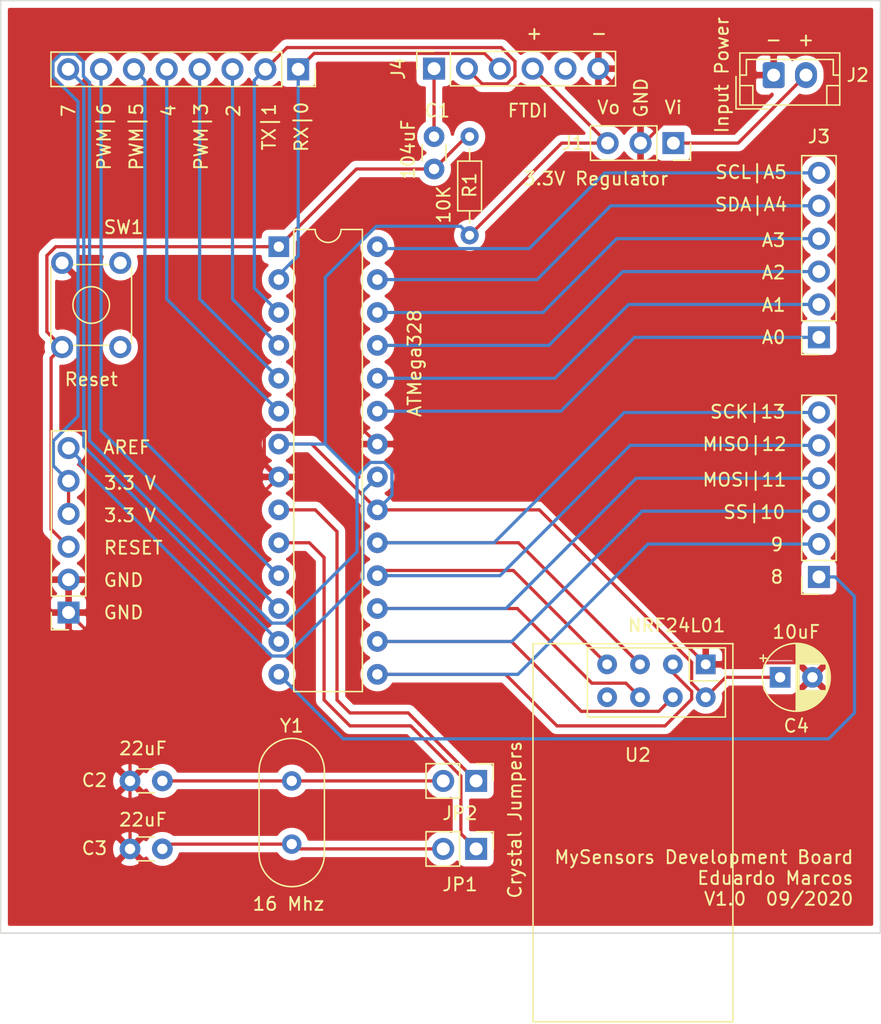
<source format=kicad_pcb>
(kicad_pcb (version 20171130) (host pcbnew 5.1.6-c6e7f7d~87~ubuntu20.04.1)

  (general
    (thickness 1.6)
    (drawings 48)
    (tracks 199)
    (zones 0)
    (modules 18)
    (nets 34)
  )

  (page A4)
  (layers
    (0 F.Cu signal)
    (31 B.Cu signal)
    (32 B.Adhes user hide)
    (33 F.Adhes user hide)
    (34 B.Paste user)
    (35 F.Paste user)
    (36 B.SilkS user)
    (37 F.SilkS user)
    (38 B.Mask user)
    (39 F.Mask user)
    (40 Dwgs.User user hide)
    (41 Cmts.User user hide)
    (42 Eco1.User user hide)
    (43 Eco2.User user hide)
    (44 Edge.Cuts user)
    (45 Margin user hide)
    (46 B.CrtYd user)
    (47 F.CrtYd user)
    (48 B.Fab user hide)
    (49 F.Fab user hide)
  )

  (setup
    (last_trace_width 0.25)
    (trace_clearance 0.2)
    (zone_clearance 0.508)
    (zone_45_only no)
    (trace_min 0.2)
    (via_size 0.8)
    (via_drill 0.4)
    (via_min_size 0.4)
    (via_min_drill 0.3)
    (uvia_size 0.3)
    (uvia_drill 0.1)
    (uvias_allowed no)
    (uvia_min_size 0.2)
    (uvia_min_drill 0.1)
    (edge_width 0.05)
    (segment_width 0.2)
    (pcb_text_width 0.3)
    (pcb_text_size 1.5 1.5)
    (mod_edge_width 0.12)
    (mod_text_size 1 1)
    (mod_text_width 0.15)
    (pad_size 1.524 1.524)
    (pad_drill 0.762)
    (pad_to_mask_clearance 0.05)
    (aux_axis_origin 0 0)
    (visible_elements FFFFFF7F)
    (pcbplotparams
      (layerselection 0x010fc_ffffffff)
      (usegerberextensions false)
      (usegerberattributes true)
      (usegerberadvancedattributes true)
      (creategerberjobfile true)
      (excludeedgelayer true)
      (linewidth 0.100000)
      (plotframeref false)
      (viasonmask false)
      (mode 1)
      (useauxorigin false)
      (hpglpennumber 1)
      (hpglpenspeed 20)
      (hpglpendiameter 15.000000)
      (psnegative false)
      (psa4output false)
      (plotreference true)
      (plotvalue true)
      (plotinvisibletext false)
      (padsonsilk false)
      (subtractmaskfromsilk false)
      (outputformat 1)
      (mirror false)
      (drillshape 0)
      (scaleselection 1)
      (outputdirectory "gerber/"))
  )

  (net 0 "")
  (net 1 /DTR)
  (net 2 "Net-(C2-Pad2)")
  (net 3 GND)
  (net 4 "Net-(C3-Pad2)")
  (net 5 +3V3)
  (net 6 /Rx)
  (net 7 "Net-(J4-Pad5)")
  (net 8 /Aref)
  (net 9 "Net-(SW1-Pad4)")
  (net 10 "Net-(SW1-Pad3)")
  (net 11 "Net-(U2-Pad8)")
  (net 12 VDC)
  (net 13 "Net-(ATMega328-Pad1)")
  (net 14 "Net-(ATMega328-Pad15)")
  (net 15 "Net-(ATMega328-Pad16)")
  (net 16 "Net-(ATMega328-Pad17)")
  (net 17 "Net-(ATMega328-Pad4)")
  (net 18 "Net-(ATMega328-Pad18)")
  (net 19 "Net-(ATMega328-Pad5)")
  (net 20 "Net-(ATMega328-Pad19)")
  (net 21 "Net-(ATMega328-Pad6)")
  (net 22 "Net-(ATMega328-Pad9)")
  (net 23 "Net-(ATMega328-Pad23)")
  (net 24 "Net-(ATMega328-Pad10)")
  (net 25 "Net-(ATMega328-Pad24)")
  (net 26 "Net-(ATMega328-Pad11)")
  (net 27 "Net-(ATMega328-Pad25)")
  (net 28 "Net-(ATMega328-Pad12)")
  (net 29 "Net-(ATMega328-Pad26)")
  (net 30 "Net-(ATMega328-Pad13)")
  (net 31 "Net-(ATMega328-Pad27)")
  (net 32 "Net-(ATMega328-Pad14)")
  (net 33 "Net-(ATMega328-Pad28)")

  (net_class Default "This is the default net class."
    (clearance 0.2)
    (trace_width 0.25)
    (via_dia 0.8)
    (via_drill 0.4)
    (uvia_dia 0.3)
    (uvia_drill 0.1)
    (add_net +3V3)
    (add_net /Aref)
    (add_net /DTR)
    (add_net /Rx)
    (add_net GND)
    (add_net "Net-(ATMega328-Pad1)")
    (add_net "Net-(ATMega328-Pad10)")
    (add_net "Net-(ATMega328-Pad11)")
    (add_net "Net-(ATMega328-Pad12)")
    (add_net "Net-(ATMega328-Pad13)")
    (add_net "Net-(ATMega328-Pad14)")
    (add_net "Net-(ATMega328-Pad15)")
    (add_net "Net-(ATMega328-Pad16)")
    (add_net "Net-(ATMega328-Pad17)")
    (add_net "Net-(ATMega328-Pad18)")
    (add_net "Net-(ATMega328-Pad19)")
    (add_net "Net-(ATMega328-Pad23)")
    (add_net "Net-(ATMega328-Pad24)")
    (add_net "Net-(ATMega328-Pad25)")
    (add_net "Net-(ATMega328-Pad26)")
    (add_net "Net-(ATMega328-Pad27)")
    (add_net "Net-(ATMega328-Pad28)")
    (add_net "Net-(ATMega328-Pad4)")
    (add_net "Net-(ATMega328-Pad5)")
    (add_net "Net-(ATMega328-Pad6)")
    (add_net "Net-(ATMega328-Pad9)")
    (add_net "Net-(C2-Pad2)")
    (add_net "Net-(C3-Pad2)")
    (add_net "Net-(J4-Pad5)")
    (add_net "Net-(SW1-Pad3)")
    (add_net "Net-(SW1-Pad4)")
    (add_net "Net-(U2-Pad8)")
    (add_net VDC)
  )

  (module Capacitor_THT:C_Disc_D3.0mm_W1.6mm_P2.50mm (layer F.Cu) (tedit 5AE50EF0) (tstamp 5F4F6209)
    (at 70.5 36.5 270)
    (descr "C, Disc series, Radial, pin pitch=2.50mm, , diameter*width=3.0*1.6mm^2, Capacitor, http://www.vishay.com/docs/45233/krseries.pdf")
    (tags "C Disc series Radial pin pitch 2.50mm  diameter 3.0mm width 1.6mm Capacitor")
    (path /5F4F8977)
    (fp_text reference C1 (at -2 -0.25 180) (layer F.SilkS)
      (effects (font (size 1 1) (thickness 0.15)))
    )
    (fp_text value 104uF (at 1.25 2.05 90) (layer F.Fab)
      (effects (font (size 1 1) (thickness 0.15)))
    )
    (fp_line (start 3.55 -1.05) (end -1.05 -1.05) (layer F.CrtYd) (width 0.05))
    (fp_line (start 3.55 1.05) (end 3.55 -1.05) (layer F.CrtYd) (width 0.05))
    (fp_line (start -1.05 1.05) (end 3.55 1.05) (layer F.CrtYd) (width 0.05))
    (fp_line (start -1.05 -1.05) (end -1.05 1.05) (layer F.CrtYd) (width 0.05))
    (fp_line (start 0.621 0.92) (end 1.879 0.92) (layer F.SilkS) (width 0.12))
    (fp_line (start 0.621 -0.92) (end 1.879 -0.92) (layer F.SilkS) (width 0.12))
    (fp_line (start 2.75 -0.8) (end -0.25 -0.8) (layer F.Fab) (width 0.1))
    (fp_line (start 2.75 0.8) (end 2.75 -0.8) (layer F.Fab) (width 0.1))
    (fp_line (start -0.25 0.8) (end 2.75 0.8) (layer F.Fab) (width 0.1))
    (fp_line (start -0.25 -0.8) (end -0.25 0.8) (layer F.Fab) (width 0.1))
    (fp_text user %R (at 1.25 0 90) (layer F.Fab)
      (effects (font (size 0.6 0.6) (thickness 0.09)))
    )
    (pad 1 thru_hole circle (at 0 0 270) (size 1.6 1.6) (drill 0.8) (layers *.Cu *.Mask)
      (net 1 /DTR))
    (pad 2 thru_hole circle (at 2.5 0 270) (size 1.6 1.6) (drill 0.8) (layers *.Cu *.Mask)
      (net 13 "Net-(ATMega328-Pad1)"))
    (model ${KISYS3DMOD}/Capacitor_THT.3dshapes/C_Disc_D3.0mm_W1.6mm_P2.50mm.wrl
      (at (xyz 0 0 0))
      (scale (xyz 1 1 1))
      (rotate (xyz 0 0 0))
    )
  )

  (module Capacitor_THT:C_Disc_D3.0mm_W1.6mm_P2.50mm (layer F.Cu) (tedit 5AE50EF0) (tstamp 5F4FA317)
    (at 47 86.25)
    (descr "C, Disc series, Radial, pin pitch=2.50mm, , diameter*width=3.0*1.6mm^2, Capacitor, http://www.vishay.com/docs/45233/krseries.pdf")
    (tags "C Disc series Radial pin pitch 2.50mm  diameter 3.0mm width 1.6mm Capacitor")
    (path /5F4F862D)
    (fp_text reference C2 (at -2.75 -0.05) (layer F.SilkS)
      (effects (font (size 1 1) (thickness 0.15)))
    )
    (fp_text value 22uF (at 1.25 2.05) (layer F.Fab)
      (effects (font (size 1 1) (thickness 0.15)))
    )
    (fp_line (start -0.25 -0.8) (end -0.25 0.8) (layer F.Fab) (width 0.1))
    (fp_line (start -0.25 0.8) (end 2.75 0.8) (layer F.Fab) (width 0.1))
    (fp_line (start 2.75 0.8) (end 2.75 -0.8) (layer F.Fab) (width 0.1))
    (fp_line (start 2.75 -0.8) (end -0.25 -0.8) (layer F.Fab) (width 0.1))
    (fp_line (start 0.621 -0.92) (end 1.879 -0.92) (layer F.SilkS) (width 0.12))
    (fp_line (start 0.621 0.92) (end 1.879 0.92) (layer F.SilkS) (width 0.12))
    (fp_line (start -1.05 -1.05) (end -1.05 1.05) (layer F.CrtYd) (width 0.05))
    (fp_line (start -1.05 1.05) (end 3.55 1.05) (layer F.CrtYd) (width 0.05))
    (fp_line (start 3.55 1.05) (end 3.55 -1.05) (layer F.CrtYd) (width 0.05))
    (fp_line (start 3.55 -1.05) (end -1.05 -1.05) (layer F.CrtYd) (width 0.05))
    (fp_text user %R (at 1.25 0) (layer F.Fab)
      (effects (font (size 0.6 0.6) (thickness 0.09)))
    )
    (pad 2 thru_hole circle (at 2.5 0) (size 1.6 1.6) (drill 0.8) (layers *.Cu *.Mask)
      (net 2 "Net-(C2-Pad2)"))
    (pad 1 thru_hole circle (at 0 0) (size 1.6 1.6) (drill 0.8) (layers *.Cu *.Mask)
      (net 3 GND))
    (model ${KISYS3DMOD}/Capacitor_THT.3dshapes/C_Disc_D3.0mm_W1.6mm_P2.50mm.wrl
      (at (xyz 0 0 0))
      (scale (xyz 1 1 1))
      (rotate (xyz 0 0 0))
    )
  )

  (module Capacitor_THT:C_Disc_D3.0mm_W1.6mm_P2.50mm (layer F.Cu) (tedit 5AE50EF0) (tstamp 5F4F622B)
    (at 47 91.5)
    (descr "C, Disc series, Radial, pin pitch=2.50mm, , diameter*width=3.0*1.6mm^2, Capacitor, http://www.vishay.com/docs/45233/krseries.pdf")
    (tags "C Disc series Radial pin pitch 2.50mm  diameter 3.0mm width 1.6mm Capacitor")
    (path /5F4F80A7)
    (fp_text reference C3 (at -2.75 -0.05) (layer F.SilkS)
      (effects (font (size 1 1) (thickness 0.15)))
    )
    (fp_text value 22uF (at 1.25 2.05) (layer F.Fab)
      (effects (font (size 1 1) (thickness 0.15)))
    )
    (fp_line (start 3.55 -1.05) (end -1.05 -1.05) (layer F.CrtYd) (width 0.05))
    (fp_line (start 3.55 1.05) (end 3.55 -1.05) (layer F.CrtYd) (width 0.05))
    (fp_line (start -1.05 1.05) (end 3.55 1.05) (layer F.CrtYd) (width 0.05))
    (fp_line (start -1.05 -1.05) (end -1.05 1.05) (layer F.CrtYd) (width 0.05))
    (fp_line (start 0.621 0.92) (end 1.879 0.92) (layer F.SilkS) (width 0.12))
    (fp_line (start 0.621 -0.92) (end 1.879 -0.92) (layer F.SilkS) (width 0.12))
    (fp_line (start 2.75 -0.8) (end -0.25 -0.8) (layer F.Fab) (width 0.1))
    (fp_line (start 2.75 0.8) (end 2.75 -0.8) (layer F.Fab) (width 0.1))
    (fp_line (start -0.25 0.8) (end 2.75 0.8) (layer F.Fab) (width 0.1))
    (fp_line (start -0.25 -0.8) (end -0.25 0.8) (layer F.Fab) (width 0.1))
    (fp_text user %R (at 1.25 0) (layer F.Fab)
      (effects (font (size 0.6 0.6) (thickness 0.09)))
    )
    (pad 1 thru_hole circle (at 0 0) (size 1.6 1.6) (drill 0.8) (layers *.Cu *.Mask)
      (net 3 GND))
    (pad 2 thru_hole circle (at 2.5 0) (size 1.6 1.6) (drill 0.8) (layers *.Cu *.Mask)
      (net 4 "Net-(C3-Pad2)"))
    (model ${KISYS3DMOD}/Capacitor_THT.3dshapes/C_Disc_D3.0mm_W1.6mm_P2.50mm.wrl
      (at (xyz 0 0 0))
      (scale (xyz 1 1 1))
      (rotate (xyz 0 0 0))
    )
  )

  (module Connector_PinSocket_2.54mm:PinSocket_1x03_P2.54mm_Vertical (layer F.Cu) (tedit 5A19A429) (tstamp 5F4F6269)
    (at 89 37 270)
    (descr "Through hole straight socket strip, 1x03, 2.54mm pitch, single row (from Kicad 4.0.7), script generated")
    (tags "Through hole socket strip THT 1x03 2.54mm single row")
    (path /5F554333)
    (fp_text reference J1 (at 0 7.75 180) (layer F.SilkS)
      (effects (font (size 1 1) (thickness 0.15)))
    )
    (fp_text value "3.3V Regulator" (at 2.75 6 180) (layer F.SilkS)
      (effects (font (size 1 1) (thickness 0.15)))
    )
    (fp_line (start -1.8 6.85) (end -1.8 -1.8) (layer F.CrtYd) (width 0.05))
    (fp_line (start 1.75 6.85) (end -1.8 6.85) (layer F.CrtYd) (width 0.05))
    (fp_line (start 1.75 -1.8) (end 1.75 6.85) (layer F.CrtYd) (width 0.05))
    (fp_line (start -1.8 -1.8) (end 1.75 -1.8) (layer F.CrtYd) (width 0.05))
    (fp_line (start 0 -1.33) (end 1.33 -1.33) (layer F.SilkS) (width 0.12))
    (fp_line (start 1.33 -1.33) (end 1.33 0) (layer F.SilkS) (width 0.12))
    (fp_line (start 1.33 1.27) (end 1.33 6.41) (layer F.SilkS) (width 0.12))
    (fp_line (start -1.33 6.41) (end 1.33 6.41) (layer F.SilkS) (width 0.12))
    (fp_line (start -1.33 1.27) (end -1.33 6.41) (layer F.SilkS) (width 0.12))
    (fp_line (start -1.33 1.27) (end 1.33 1.27) (layer F.SilkS) (width 0.12))
    (fp_line (start -1.27 6.35) (end -1.27 -1.27) (layer F.Fab) (width 0.1))
    (fp_line (start 1.27 6.35) (end -1.27 6.35) (layer F.Fab) (width 0.1))
    (fp_line (start 1.27 -0.635) (end 1.27 6.35) (layer F.Fab) (width 0.1))
    (fp_line (start 0.635 -1.27) (end 1.27 -0.635) (layer F.Fab) (width 0.1))
    (fp_line (start -1.27 -1.27) (end 0.635 -1.27) (layer F.Fab) (width 0.1))
    (fp_text user %R (at 0 2.54) (layer F.Fab)
      (effects (font (size 1 1) (thickness 0.15)))
    )
    (pad 1 thru_hole rect (at 0 0 270) (size 1.7 1.7) (drill 1) (layers *.Cu *.Mask)
      (net 12 VDC))
    (pad 2 thru_hole oval (at 0 2.54 270) (size 1.7 1.7) (drill 1) (layers *.Cu *.Mask)
      (net 3 GND))
    (pad 3 thru_hole oval (at 0 5.08 270) (size 1.7 1.7) (drill 1) (layers *.Cu *.Mask)
      (net 5 +3V3))
    (model ${KISYS3DMOD}/Connector_PinSocket_2.54mm.3dshapes/PinSocket_1x03_P2.54mm_Vertical.wrl
      (at (xyz 0 0 0))
      (scale (xyz 1 1 1))
      (rotate (xyz 0 0 0))
    )
  )

  (module Connector_JST:JST_EH_B2B-EH-A_1x02_P2.50mm_Vertical (layer F.Cu) (tedit 5C28142C) (tstamp 5F5007A7)
    (at 96.75 31.75)
    (descr "JST EH series connector, B2B-EH-A (http://www.jst-mfg.com/product/pdf/eng/eEH.pdf), generated with kicad-footprint-generator")
    (tags "connector JST EH vertical")
    (path /5F4F5403)
    (fp_text reference J2 (at 6.5 0) (layer F.SilkS)
      (effects (font (size 1 1) (thickness 0.15)))
    )
    (fp_text value Vin (at 1.25 3.4) (layer F.Fab)
      (effects (font (size 1 1) (thickness 0.15)))
    )
    (fp_line (start -2.91 2.61) (end -0.41 2.61) (layer F.Fab) (width 0.1))
    (fp_line (start -2.91 0.11) (end -2.91 2.61) (layer F.Fab) (width 0.1))
    (fp_line (start -2.91 2.61) (end -0.41 2.61) (layer F.SilkS) (width 0.12))
    (fp_line (start -2.91 0.11) (end -2.91 2.61) (layer F.SilkS) (width 0.12))
    (fp_line (start 4.11 0.81) (end 4.11 2.31) (layer F.SilkS) (width 0.12))
    (fp_line (start 5.11 0.81) (end 4.11 0.81) (layer F.SilkS) (width 0.12))
    (fp_line (start -1.61 0.81) (end -1.61 2.31) (layer F.SilkS) (width 0.12))
    (fp_line (start -2.61 0.81) (end -1.61 0.81) (layer F.SilkS) (width 0.12))
    (fp_line (start 4.61 0) (end 5.11 0) (layer F.SilkS) (width 0.12))
    (fp_line (start 4.61 -1.21) (end 4.61 0) (layer F.SilkS) (width 0.12))
    (fp_line (start -2.11 -1.21) (end 4.61 -1.21) (layer F.SilkS) (width 0.12))
    (fp_line (start -2.11 0) (end -2.11 -1.21) (layer F.SilkS) (width 0.12))
    (fp_line (start -2.61 0) (end -2.11 0) (layer F.SilkS) (width 0.12))
    (fp_line (start 5.11 -1.71) (end -2.61 -1.71) (layer F.SilkS) (width 0.12))
    (fp_line (start 5.11 2.31) (end 5.11 -1.71) (layer F.SilkS) (width 0.12))
    (fp_line (start -2.61 2.31) (end 5.11 2.31) (layer F.SilkS) (width 0.12))
    (fp_line (start -2.61 -1.71) (end -2.61 2.31) (layer F.SilkS) (width 0.12))
    (fp_line (start 5.5 -2.1) (end -3 -2.1) (layer F.CrtYd) (width 0.05))
    (fp_line (start 5.5 2.7) (end 5.5 -2.1) (layer F.CrtYd) (width 0.05))
    (fp_line (start -3 2.7) (end 5.5 2.7) (layer F.CrtYd) (width 0.05))
    (fp_line (start -3 -2.1) (end -3 2.7) (layer F.CrtYd) (width 0.05))
    (fp_line (start 5 -1.6) (end -2.5 -1.6) (layer F.Fab) (width 0.1))
    (fp_line (start 5 2.2) (end 5 -1.6) (layer F.Fab) (width 0.1))
    (fp_line (start -2.5 2.2) (end 5 2.2) (layer F.Fab) (width 0.1))
    (fp_line (start -2.5 -1.6) (end -2.5 2.2) (layer F.Fab) (width 0.1))
    (fp_text user %R (at 1.25 1.5) (layer F.Fab)
      (effects (font (size 1 1) (thickness 0.15)))
    )
    (pad 1 thru_hole roundrect (at 0 0) (size 1.7 2) (drill 1) (layers *.Cu *.Mask) (roundrect_rratio 0.147059)
      (net 3 GND))
    (pad 2 thru_hole oval (at 2.5 0) (size 1.7 2) (drill 1) (layers *.Cu *.Mask)
      (net 12 VDC))
    (model ${KISYS3DMOD}/Connector_JST.3dshapes/JST_EH_B2B-EH-A_1x02_P2.50mm_Vertical.wrl
      (at (xyz 0 0 0))
      (scale (xyz 1 1 1))
      (rotate (xyz 0 0 0))
    )
  )

  (module Connector_PinSocket_2.54mm:PinSocket_1x06_P2.54mm_Vertical (layer F.Cu) (tedit 5A19A430) (tstamp 5F500B1D)
    (at 100.25 52 180)
    (descr "Through hole straight socket strip, 1x06, 2.54mm pitch, single row (from Kicad 4.0.7), script generated")
    (tags "Through hole socket strip THT 1x06 2.54mm single row")
    (path /5F614355)
    (fp_text reference J3 (at 0 15.5) (layer F.SilkS)
      (effects (font (size 1 1) (thickness 0.15)))
    )
    (fp_text value "Analog Connectors" (at 0 15.47) (layer F.Fab)
      (effects (font (size 1 1) (thickness 0.15)))
    )
    (fp_line (start -1.27 -1.27) (end 0.635 -1.27) (layer F.Fab) (width 0.1))
    (fp_line (start 0.635 -1.27) (end 1.27 -0.635) (layer F.Fab) (width 0.1))
    (fp_line (start 1.27 -0.635) (end 1.27 13.97) (layer F.Fab) (width 0.1))
    (fp_line (start 1.27 13.97) (end -1.27 13.97) (layer F.Fab) (width 0.1))
    (fp_line (start -1.27 13.97) (end -1.27 -1.27) (layer F.Fab) (width 0.1))
    (fp_line (start -1.33 1.27) (end 1.33 1.27) (layer F.SilkS) (width 0.12))
    (fp_line (start -1.33 1.27) (end -1.33 14.03) (layer F.SilkS) (width 0.12))
    (fp_line (start -1.33 14.03) (end 1.33 14.03) (layer F.SilkS) (width 0.12))
    (fp_line (start 1.33 1.27) (end 1.33 14.03) (layer F.SilkS) (width 0.12))
    (fp_line (start 1.33 -1.33) (end 1.33 0) (layer F.SilkS) (width 0.12))
    (fp_line (start 0 -1.33) (end 1.33 -1.33) (layer F.SilkS) (width 0.12))
    (fp_line (start -1.8 -1.8) (end 1.75 -1.8) (layer F.CrtYd) (width 0.05))
    (fp_line (start 1.75 -1.8) (end 1.75 14.45) (layer F.CrtYd) (width 0.05))
    (fp_line (start 1.75 14.45) (end -1.8 14.45) (layer F.CrtYd) (width 0.05))
    (fp_line (start -1.8 14.45) (end -1.8 -1.8) (layer F.CrtYd) (width 0.05))
    (fp_text user %R (at 0 6.35 90) (layer F.Fab)
      (effects (font (size 1 1) (thickness 0.15)))
    )
    (pad 6 thru_hole oval (at 0 12.7 180) (size 1.7 1.7) (drill 1) (layers *.Cu *.Mask)
      (net 33 "Net-(ATMega328-Pad28)"))
    (pad 5 thru_hole oval (at 0 10.16 180) (size 1.7 1.7) (drill 1) (layers *.Cu *.Mask)
      (net 31 "Net-(ATMega328-Pad27)"))
    (pad 4 thru_hole oval (at 0 7.62 180) (size 1.7 1.7) (drill 1) (layers *.Cu *.Mask)
      (net 29 "Net-(ATMega328-Pad26)"))
    (pad 3 thru_hole oval (at 0 5.08 180) (size 1.7 1.7) (drill 1) (layers *.Cu *.Mask)
      (net 27 "Net-(ATMega328-Pad25)"))
    (pad 2 thru_hole oval (at 0 2.54 180) (size 1.7 1.7) (drill 1) (layers *.Cu *.Mask)
      (net 25 "Net-(ATMega328-Pad24)"))
    (pad 1 thru_hole rect (at 0 0 180) (size 1.7 1.7) (drill 1) (layers *.Cu *.Mask)
      (net 23 "Net-(ATMega328-Pad23)"))
    (model ${KISYS3DMOD}/Connector_PinSocket_2.54mm.3dshapes/PinSocket_1x06_P2.54mm_Vertical.wrl
      (at (xyz 0 0 0))
      (scale (xyz 1 1 1))
      (rotate (xyz 0 0 0))
    )
  )

  (module Connector_PinSocket_2.54mm:PinSocket_1x06_P2.54mm_Vertical (layer F.Cu) (tedit 5A19A430) (tstamp 5F4FAA86)
    (at 70.5 31.25 90)
    (descr "Through hole straight socket strip, 1x06, 2.54mm pitch, single row (from Kicad 4.0.7), script generated")
    (tags "Through hole socket strip THT 1x06 2.54mm single row")
    (path /5F4F3EBA)
    (fp_text reference J4 (at 0 -2.77 90) (layer F.SilkS)
      (effects (font (size 1 1) (thickness 0.15)))
    )
    (fp_text value FTDI (at -3.25 7.25 180) (layer F.SilkS)
      (effects (font (size 1 1) (thickness 0.15)))
    )
    (fp_line (start -1.8 14.45) (end -1.8 -1.8) (layer F.CrtYd) (width 0.05))
    (fp_line (start 1.75 14.45) (end -1.8 14.45) (layer F.CrtYd) (width 0.05))
    (fp_line (start 1.75 -1.8) (end 1.75 14.45) (layer F.CrtYd) (width 0.05))
    (fp_line (start -1.8 -1.8) (end 1.75 -1.8) (layer F.CrtYd) (width 0.05))
    (fp_line (start 0 -1.33) (end 1.33 -1.33) (layer F.SilkS) (width 0.12))
    (fp_line (start 1.33 -1.33) (end 1.33 0) (layer F.SilkS) (width 0.12))
    (fp_line (start 1.33 1.27) (end 1.33 14.03) (layer F.SilkS) (width 0.12))
    (fp_line (start -1.33 14.03) (end 1.33 14.03) (layer F.SilkS) (width 0.12))
    (fp_line (start -1.33 1.27) (end -1.33 14.03) (layer F.SilkS) (width 0.12))
    (fp_line (start -1.33 1.27) (end 1.33 1.27) (layer F.SilkS) (width 0.12))
    (fp_line (start -1.27 13.97) (end -1.27 -1.27) (layer F.Fab) (width 0.1))
    (fp_line (start 1.27 13.97) (end -1.27 13.97) (layer F.Fab) (width 0.1))
    (fp_line (start 1.27 -0.635) (end 1.27 13.97) (layer F.Fab) (width 0.1))
    (fp_line (start 0.635 -1.27) (end 1.27 -0.635) (layer F.Fab) (width 0.1))
    (fp_line (start -1.27 -1.27) (end 0.635 -1.27) (layer F.Fab) (width 0.1))
    (fp_text user %R (at 0 6.35) (layer F.Fab)
      (effects (font (size 1 1) (thickness 0.15)))
    )
    (pad 1 thru_hole rect (at 0 0 90) (size 1.7 1.7) (drill 1) (layers *.Cu *.Mask)
      (net 1 /DTR))
    (pad 2 thru_hole oval (at 0 2.54 90) (size 1.7 1.7) (drill 1) (layers *.Cu *.Mask)
      (net 6 /Rx))
    (pad 3 thru_hole oval (at 0 5.08 90) (size 1.7 1.7) (drill 1) (layers *.Cu *.Mask)
      (net 6 /Rx))
    (pad 4 thru_hole oval (at 0 7.62 90) (size 1.7 1.7) (drill 1) (layers *.Cu *.Mask)
      (net 5 +3V3))
    (pad 5 thru_hole oval (at 0 10.16 90) (size 1.7 1.7) (drill 1) (layers *.Cu *.Mask)
      (net 7 "Net-(J4-Pad5)"))
    (pad 6 thru_hole oval (at 0 12.7 90) (size 1.7 1.7) (drill 1) (layers *.Cu *.Mask)
      (net 3 GND))
    (model ${KISYS3DMOD}/Connector_PinSocket_2.54mm.3dshapes/PinSocket_1x06_P2.54mm_Vertical.wrl
      (at (xyz 0 0 0))
      (scale (xyz 1 1 1))
      (rotate (xyz 0 0 0))
    )
  )

  (module Connector_PinSocket_2.54mm:PinSocket_1x06_P2.54mm_Vertical (layer F.Cu) (tedit 5A19A430) (tstamp 5F4FE4FF)
    (at 100.25 70.5 180)
    (descr "Through hole straight socket strip, 1x06, 2.54mm pitch, single row (from Kicad 4.0.7), script generated")
    (tags "Through hole socket strip THT 1x06 2.54mm single row")
    (path /5F630BCD)
    (fp_text reference J5 (at 0 -2.77) (layer F.SilkS) hide
      (effects (font (size 1 1) (thickness 0.15)))
    )
    (fp_text value "Digital Connectors" (at 0 15.47) (layer F.Fab)
      (effects (font (size 1 1) (thickness 0.15)))
    )
    (fp_line (start -1.8 14.45) (end -1.8 -1.8) (layer F.CrtYd) (width 0.05))
    (fp_line (start 1.75 14.45) (end -1.8 14.45) (layer F.CrtYd) (width 0.05))
    (fp_line (start 1.75 -1.8) (end 1.75 14.45) (layer F.CrtYd) (width 0.05))
    (fp_line (start -1.8 -1.8) (end 1.75 -1.8) (layer F.CrtYd) (width 0.05))
    (fp_line (start 0 -1.33) (end 1.33 -1.33) (layer F.SilkS) (width 0.12))
    (fp_line (start 1.33 -1.33) (end 1.33 0) (layer F.SilkS) (width 0.12))
    (fp_line (start 1.33 1.27) (end 1.33 14.03) (layer F.SilkS) (width 0.12))
    (fp_line (start -1.33 14.03) (end 1.33 14.03) (layer F.SilkS) (width 0.12))
    (fp_line (start -1.33 1.27) (end -1.33 14.03) (layer F.SilkS) (width 0.12))
    (fp_line (start -1.33 1.27) (end 1.33 1.27) (layer F.SilkS) (width 0.12))
    (fp_line (start -1.27 13.97) (end -1.27 -1.27) (layer F.Fab) (width 0.1))
    (fp_line (start 1.27 13.97) (end -1.27 13.97) (layer F.Fab) (width 0.1))
    (fp_line (start 1.27 -0.635) (end 1.27 13.97) (layer F.Fab) (width 0.1))
    (fp_line (start 0.635 -1.27) (end 1.27 -0.635) (layer F.Fab) (width 0.1))
    (fp_line (start -1.27 -1.27) (end 0.635 -1.27) (layer F.Fab) (width 0.1))
    (fp_text user %R (at 0 6.35 90) (layer F.Fab)
      (effects (font (size 1 1) (thickness 0.15)))
    )
    (pad 1 thru_hole rect (at 0 0 180) (size 1.7 1.7) (drill 1) (layers *.Cu *.Mask)
      (net 32 "Net-(ATMega328-Pad14)"))
    (pad 2 thru_hole oval (at 0 2.54 180) (size 1.7 1.7) (drill 1) (layers *.Cu *.Mask)
      (net 14 "Net-(ATMega328-Pad15)"))
    (pad 3 thru_hole oval (at 0 5.08 180) (size 1.7 1.7) (drill 1) (layers *.Cu *.Mask)
      (net 15 "Net-(ATMega328-Pad16)"))
    (pad 4 thru_hole oval (at 0 7.62 180) (size 1.7 1.7) (drill 1) (layers *.Cu *.Mask)
      (net 16 "Net-(ATMega328-Pad17)"))
    (pad 5 thru_hole oval (at 0 10.16 180) (size 1.7 1.7) (drill 1) (layers *.Cu *.Mask)
      (net 18 "Net-(ATMega328-Pad18)"))
    (pad 6 thru_hole oval (at 0 12.7 180) (size 1.7 1.7) (drill 1) (layers *.Cu *.Mask)
      (net 20 "Net-(ATMega328-Pad19)"))
    (model ${KISYS3DMOD}/Connector_PinSocket_2.54mm.3dshapes/PinSocket_1x06_P2.54mm_Vertical.wrl
      (at (xyz 0 0 0))
      (scale (xyz 1 1 1))
      (rotate (xyz 0 0 0))
    )
  )

  (module Connector_PinSocket_2.54mm:PinSocket_1x08_P2.54mm_Vertical (layer F.Cu) (tedit 5A19A420) (tstamp 5F4F62F3)
    (at 60 31.3 270)
    (descr "Through hole straight socket strip, 1x08, 2.54mm pitch, single row (from Kicad 4.0.7), script generated")
    (tags "Through hole socket strip THT 1x08 2.54mm single row")
    (path /5F61B9A5)
    (fp_text reference J6 (at 0 -2.77 90) (layer F.SilkS) hide
      (effects (font (size 1 1) (thickness 0.15)))
    )
    (fp_text value "Digital Connectors" (at 0 20.55 90) (layer F.Fab)
      (effects (font (size 1 1) (thickness 0.15)))
    )
    (fp_line (start -1.8 19.55) (end -1.8 -1.8) (layer F.CrtYd) (width 0.05))
    (fp_line (start 1.75 19.55) (end -1.8 19.55) (layer F.CrtYd) (width 0.05))
    (fp_line (start 1.75 -1.8) (end 1.75 19.55) (layer F.CrtYd) (width 0.05))
    (fp_line (start -1.8 -1.8) (end 1.75 -1.8) (layer F.CrtYd) (width 0.05))
    (fp_line (start 0 -1.33) (end 1.33 -1.33) (layer F.SilkS) (width 0.12))
    (fp_line (start 1.33 -1.33) (end 1.33 0) (layer F.SilkS) (width 0.12))
    (fp_line (start 1.33 1.27) (end 1.33 19.11) (layer F.SilkS) (width 0.12))
    (fp_line (start -1.33 19.11) (end 1.33 19.11) (layer F.SilkS) (width 0.12))
    (fp_line (start -1.33 1.27) (end -1.33 19.11) (layer F.SilkS) (width 0.12))
    (fp_line (start -1.33 1.27) (end 1.33 1.27) (layer F.SilkS) (width 0.12))
    (fp_line (start -1.27 19.05) (end -1.27 -1.27) (layer F.Fab) (width 0.1))
    (fp_line (start 1.27 19.05) (end -1.27 19.05) (layer F.Fab) (width 0.1))
    (fp_line (start 1.27 -0.635) (end 1.27 19.05) (layer F.Fab) (width 0.1))
    (fp_line (start 0.635 -1.27) (end 1.27 -0.635) (layer F.Fab) (width 0.1))
    (fp_line (start -1.27 -1.27) (end 0.635 -1.27) (layer F.Fab) (width 0.1))
    (fp_text user %R (at 0 8.89) (layer F.Fab)
      (effects (font (size 1 1) (thickness 0.15)))
    )
    (pad 1 thru_hole rect (at 0 0 270) (size 1.7 1.7) (drill 1) (layers *.Cu *.Mask)
      (net 6 /Rx))
    (pad 2 thru_hole oval (at 0 2.54 270) (size 1.7 1.7) (drill 1) (layers *.Cu *.Mask)
      (net 6 /Rx))
    (pad 3 thru_hole oval (at 0 5.08 270) (size 1.7 1.7) (drill 1) (layers *.Cu *.Mask)
      (net 17 "Net-(ATMega328-Pad4)"))
    (pad 4 thru_hole oval (at 0 7.62 270) (size 1.7 1.7) (drill 1) (layers *.Cu *.Mask)
      (net 19 "Net-(ATMega328-Pad5)"))
    (pad 5 thru_hole oval (at 0 10.16 270) (size 1.7 1.7) (drill 1) (layers *.Cu *.Mask)
      (net 21 "Net-(ATMega328-Pad6)"))
    (pad 6 thru_hole oval (at 0 12.7 270) (size 1.7 1.7) (drill 1) (layers *.Cu *.Mask)
      (net 26 "Net-(ATMega328-Pad11)"))
    (pad 7 thru_hole oval (at 0 15.24 270) (size 1.7 1.7) (drill 1) (layers *.Cu *.Mask)
      (net 28 "Net-(ATMega328-Pad12)"))
    (pad 8 thru_hole oval (at 0 17.78 270) (size 1.7 1.7) (drill 1) (layers *.Cu *.Mask)
      (net 30 "Net-(ATMega328-Pad13)"))
    (model ${KISYS3DMOD}/Connector_PinSocket_2.54mm.3dshapes/PinSocket_1x08_P2.54mm_Vertical.wrl
      (at (xyz 0 0 0))
      (scale (xyz 1 1 1))
      (rotate (xyz 0 0 0))
    )
  )

  (module Connector_PinSocket_2.54mm:PinSocket_1x06_P2.54mm_Vertical (layer F.Cu) (tedit 5A19A430) (tstamp 5F4F630D)
    (at 42.25 73.25 180)
    (descr "Through hole straight socket strip, 1x06, 2.54mm pitch, single row (from Kicad 4.0.7), script generated")
    (tags "Through hole socket strip THT 1x06 2.54mm single row")
    (path /5F657B58)
    (fp_text reference J7 (at 0 -2.77) (layer F.SilkS) hide
      (effects (font (size 1 1) (thickness 0.15)))
    )
    (fp_text value "Control Connectors" (at 0 15.47) (layer F.Fab)
      (effects (font (size 1 1) (thickness 0.15)))
    )
    (fp_line (start -1.27 -1.27) (end 0.635 -1.27) (layer F.Fab) (width 0.1))
    (fp_line (start 0.635 -1.27) (end 1.27 -0.635) (layer F.Fab) (width 0.1))
    (fp_line (start 1.27 -0.635) (end 1.27 13.97) (layer F.Fab) (width 0.1))
    (fp_line (start 1.27 13.97) (end -1.27 13.97) (layer F.Fab) (width 0.1))
    (fp_line (start -1.27 13.97) (end -1.27 -1.27) (layer F.Fab) (width 0.1))
    (fp_line (start -1.33 1.27) (end 1.33 1.27) (layer F.SilkS) (width 0.12))
    (fp_line (start -1.33 1.27) (end -1.33 14.03) (layer F.SilkS) (width 0.12))
    (fp_line (start -1.33 14.03) (end 1.33 14.03) (layer F.SilkS) (width 0.12))
    (fp_line (start 1.33 1.27) (end 1.33 14.03) (layer F.SilkS) (width 0.12))
    (fp_line (start 1.33 -1.33) (end 1.33 0) (layer F.SilkS) (width 0.12))
    (fp_line (start 0 -1.33) (end 1.33 -1.33) (layer F.SilkS) (width 0.12))
    (fp_line (start -1.8 -1.8) (end 1.75 -1.8) (layer F.CrtYd) (width 0.05))
    (fp_line (start 1.75 -1.8) (end 1.75 14.45) (layer F.CrtYd) (width 0.05))
    (fp_line (start 1.75 14.45) (end -1.8 14.45) (layer F.CrtYd) (width 0.05))
    (fp_line (start -1.8 14.45) (end -1.8 -1.8) (layer F.CrtYd) (width 0.05))
    (fp_text user %R (at 0 6.35 90) (layer F.Fab)
      (effects (font (size 1 1) (thickness 0.15)))
    )
    (pad 6 thru_hole oval (at 0 12.7 180) (size 1.7 1.7) (drill 1) (layers *.Cu *.Mask)
      (net 8 /Aref))
    (pad 5 thru_hole oval (at 0 10.16 180) (size 1.7 1.7) (drill 1) (layers *.Cu *.Mask)
      (net 5 +3V3))
    (pad 4 thru_hole oval (at 0 7.62 180) (size 1.7 1.7) (drill 1) (layers *.Cu *.Mask)
      (net 5 +3V3))
    (pad 3 thru_hole oval (at 0 5.08 180) (size 1.7 1.7) (drill 1) (layers *.Cu *.Mask)
      (net 13 "Net-(ATMega328-Pad1)"))
    (pad 2 thru_hole oval (at 0 2.54 180) (size 1.7 1.7) (drill 1) (layers *.Cu *.Mask)
      (net 3 GND))
    (pad 1 thru_hole rect (at 0 0 180) (size 1.7 1.7) (drill 1) (layers *.Cu *.Mask)
      (net 3 GND))
    (model ${KISYS3DMOD}/Connector_PinSocket_2.54mm.3dshapes/PinSocket_1x06_P2.54mm_Vertical.wrl
      (at (xyz 0 0 0))
      (scale (xyz 1 1 1))
      (rotate (xyz 0 0 0))
    )
  )

  (module Connector_PinHeader_2.54mm:PinHeader_1x02_P2.54mm_Vertical (layer F.Cu) (tedit 59FED5CC) (tstamp 5F4FDC65)
    (at 73.75 91.5 270)
    (descr "Through hole straight pin header, 1x02, 2.54mm pitch, single row")
    (tags "Through hole pin header THT 1x02 2.54mm single row")
    (path /5F548E74)
    (fp_text reference JP1 (at 2.75 1.25 180) (layer F.SilkS)
      (effects (font (size 1 1) (thickness 0.15)))
    )
    (fp_text value Jumper (at 0 4.87 90) (layer F.Fab)
      (effects (font (size 1 1) (thickness 0.15)))
    )
    (fp_line (start -0.635 -1.27) (end 1.27 -1.27) (layer F.Fab) (width 0.1))
    (fp_line (start 1.27 -1.27) (end 1.27 3.81) (layer F.Fab) (width 0.1))
    (fp_line (start 1.27 3.81) (end -1.27 3.81) (layer F.Fab) (width 0.1))
    (fp_line (start -1.27 3.81) (end -1.27 -0.635) (layer F.Fab) (width 0.1))
    (fp_line (start -1.27 -0.635) (end -0.635 -1.27) (layer F.Fab) (width 0.1))
    (fp_line (start -1.33 3.87) (end 1.33 3.87) (layer F.SilkS) (width 0.12))
    (fp_line (start -1.33 1.27) (end -1.33 3.87) (layer F.SilkS) (width 0.12))
    (fp_line (start 1.33 1.27) (end 1.33 3.87) (layer F.SilkS) (width 0.12))
    (fp_line (start -1.33 1.27) (end 1.33 1.27) (layer F.SilkS) (width 0.12))
    (fp_line (start -1.33 0) (end -1.33 -1.33) (layer F.SilkS) (width 0.12))
    (fp_line (start -1.33 -1.33) (end 0 -1.33) (layer F.SilkS) (width 0.12))
    (fp_line (start -1.8 -1.8) (end -1.8 4.35) (layer F.CrtYd) (width 0.05))
    (fp_line (start -1.8 4.35) (end 1.8 4.35) (layer F.CrtYd) (width 0.05))
    (fp_line (start 1.8 4.35) (end 1.8 -1.8) (layer F.CrtYd) (width 0.05))
    (fp_line (start 1.8 -1.8) (end -1.8 -1.8) (layer F.CrtYd) (width 0.05))
    (fp_text user %R (at 0 1.27) (layer F.Fab)
      (effects (font (size 1 1) (thickness 0.15)))
    )
    (pad 2 thru_hole oval (at 0 2.54 270) (size 1.7 1.7) (drill 1) (layers *.Cu *.Mask)
      (net 4 "Net-(C3-Pad2)"))
    (pad 1 thru_hole rect (at 0 0 270) (size 1.7 1.7) (drill 1) (layers *.Cu *.Mask)
      (net 24 "Net-(ATMega328-Pad10)"))
    (model ${KISYS3DMOD}/Connector_PinHeader_2.54mm.3dshapes/PinHeader_1x02_P2.54mm_Vertical.wrl
      (at (xyz 0 0 0))
      (scale (xyz 1 1 1))
      (rotate (xyz 0 0 0))
    )
  )

  (module Connector_PinHeader_2.54mm:PinHeader_1x02_P2.54mm_Vertical (layer F.Cu) (tedit 59FED5CC) (tstamp 5F4FDC26)
    (at 73.75 86.25 270)
    (descr "Through hole straight pin header, 1x02, 2.54mm pitch, single row")
    (tags "Through hole pin header THT 1x02 2.54mm single row")
    (path /5F535BA0)
    (fp_text reference JP2 (at 2.5 1.25 180) (layer F.SilkS)
      (effects (font (size 1 1) (thickness 0.15)))
    )
    (fp_text value Jumper (at 0 4.87 90) (layer F.Fab)
      (effects (font (size 1 1) (thickness 0.15)))
    )
    (fp_line (start 1.8 -1.8) (end -1.8 -1.8) (layer F.CrtYd) (width 0.05))
    (fp_line (start 1.8 4.35) (end 1.8 -1.8) (layer F.CrtYd) (width 0.05))
    (fp_line (start -1.8 4.35) (end 1.8 4.35) (layer F.CrtYd) (width 0.05))
    (fp_line (start -1.8 -1.8) (end -1.8 4.35) (layer F.CrtYd) (width 0.05))
    (fp_line (start -1.33 -1.33) (end 0 -1.33) (layer F.SilkS) (width 0.12))
    (fp_line (start -1.33 0) (end -1.33 -1.33) (layer F.SilkS) (width 0.12))
    (fp_line (start -1.33 1.27) (end 1.33 1.27) (layer F.SilkS) (width 0.12))
    (fp_line (start 1.33 1.27) (end 1.33 3.87) (layer F.SilkS) (width 0.12))
    (fp_line (start -1.33 1.27) (end -1.33 3.87) (layer F.SilkS) (width 0.12))
    (fp_line (start -1.33 3.87) (end 1.33 3.87) (layer F.SilkS) (width 0.12))
    (fp_line (start -1.27 -0.635) (end -0.635 -1.27) (layer F.Fab) (width 0.1))
    (fp_line (start -1.27 3.81) (end -1.27 -0.635) (layer F.Fab) (width 0.1))
    (fp_line (start 1.27 3.81) (end -1.27 3.81) (layer F.Fab) (width 0.1))
    (fp_line (start 1.27 -1.27) (end 1.27 3.81) (layer F.Fab) (width 0.1))
    (fp_line (start -0.635 -1.27) (end 1.27 -1.27) (layer F.Fab) (width 0.1))
    (fp_text user %R (at 0 1.27) (layer F.Fab)
      (effects (font (size 1 1) (thickness 0.15)))
    )
    (pad 1 thru_hole rect (at 0 0 270) (size 1.7 1.7) (drill 1) (layers *.Cu *.Mask)
      (net 22 "Net-(ATMega328-Pad9)"))
    (pad 2 thru_hole oval (at 0 2.54 270) (size 1.7 1.7) (drill 1) (layers *.Cu *.Mask)
      (net 2 "Net-(C2-Pad2)"))
    (model ${KISYS3DMOD}/Connector_PinHeader_2.54mm.3dshapes/PinHeader_1x02_P2.54mm_Vertical.wrl
      (at (xyz 0 0 0))
      (scale (xyz 1 1 1))
      (rotate (xyz 0 0 0))
    )
  )

  (module Resistor_THT:R_Axial_DIN0204_L3.6mm_D1.6mm_P7.62mm_Horizontal (layer F.Cu) (tedit 5AE5139B) (tstamp 5F4FF2EF)
    (at 73.25 36.5 270)
    (descr "Resistor, Axial_DIN0204 series, Axial, Horizontal, pin pitch=7.62mm, 0.167W, length*diameter=3.6*1.6mm^2, http://cdn-reichelt.de/documents/datenblatt/B400/1_4W%23YAG.pdf")
    (tags "Resistor Axial_DIN0204 series Axial Horizontal pin pitch 7.62mm 0.167W length 3.6mm diameter 1.6mm")
    (path /5F4F8E1C)
    (fp_text reference R1 (at 3.75 0 90) (layer F.SilkS)
      (effects (font (size 1 1) (thickness 0.15)))
    )
    (fp_text value 10K (at 3.81 1.92 90) (layer F.Fab)
      (effects (font (size 1 1) (thickness 0.15)))
    )
    (fp_line (start 8.57 -1.05) (end -0.95 -1.05) (layer F.CrtYd) (width 0.05))
    (fp_line (start 8.57 1.05) (end 8.57 -1.05) (layer F.CrtYd) (width 0.05))
    (fp_line (start -0.95 1.05) (end 8.57 1.05) (layer F.CrtYd) (width 0.05))
    (fp_line (start -0.95 -1.05) (end -0.95 1.05) (layer F.CrtYd) (width 0.05))
    (fp_line (start 6.68 0) (end 5.73 0) (layer F.SilkS) (width 0.12))
    (fp_line (start 0.94 0) (end 1.89 0) (layer F.SilkS) (width 0.12))
    (fp_line (start 5.73 -0.92) (end 1.89 -0.92) (layer F.SilkS) (width 0.12))
    (fp_line (start 5.73 0.92) (end 5.73 -0.92) (layer F.SilkS) (width 0.12))
    (fp_line (start 1.89 0.92) (end 5.73 0.92) (layer F.SilkS) (width 0.12))
    (fp_line (start 1.89 -0.92) (end 1.89 0.92) (layer F.SilkS) (width 0.12))
    (fp_line (start 7.62 0) (end 5.61 0) (layer F.Fab) (width 0.1))
    (fp_line (start 0 0) (end 2.01 0) (layer F.Fab) (width 0.1))
    (fp_line (start 5.61 -0.8) (end 2.01 -0.8) (layer F.Fab) (width 0.1))
    (fp_line (start 5.61 0.8) (end 5.61 -0.8) (layer F.Fab) (width 0.1))
    (fp_line (start 2.01 0.8) (end 5.61 0.8) (layer F.Fab) (width 0.1))
    (fp_line (start 2.01 -0.8) (end 2.01 0.8) (layer F.Fab) (width 0.1))
    (fp_text user %R (at 3.75 0 90) (layer F.Fab)
      (effects (font (size 0.72 0.72) (thickness 0.108)))
    )
    (pad 1 thru_hole circle (at 0 0 270) (size 1.4 1.4) (drill 0.7) (layers *.Cu *.Mask)
      (net 13 "Net-(ATMega328-Pad1)"))
    (pad 2 thru_hole oval (at 7.62 0 270) (size 1.4 1.4) (drill 0.7) (layers *.Cu *.Mask)
      (net 5 +3V3))
    (model ${KISYS3DMOD}/Resistor_THT.3dshapes/R_Axial_DIN0204_L3.6mm_D1.6mm_P7.62mm_Horizontal.wrl
      (at (xyz 0 0 0))
      (scale (xyz 1 1 1))
      (rotate (xyz 0 0 0))
    )
  )

  (module Package_DIP:DIP-28_W7.62mm (layer F.Cu) (tedit 5A02E8C5) (tstamp 5F4F6FFA)
    (at 58.5 45)
    (descr "28-lead though-hole mounted DIP package, row spacing 7.62 mm (300 mils)")
    (tags "THT DIP DIL PDIP 2.54mm 7.62mm 300mil")
    (path /5F4EC4C8)
    (fp_text reference ATMega328 (at 10.5 9 90) (layer F.SilkS)
      (effects (font (size 1 1) (thickness 0.15)))
    )
    (fp_text value ATmega328P-PU (at 3.81 35.35) (layer F.Fab)
      (effects (font (size 1 1) (thickness 0.15)))
    )
    (fp_line (start 8.7 -1.55) (end -1.1 -1.55) (layer F.CrtYd) (width 0.05))
    (fp_line (start 8.7 34.55) (end 8.7 -1.55) (layer F.CrtYd) (width 0.05))
    (fp_line (start -1.1 34.55) (end 8.7 34.55) (layer F.CrtYd) (width 0.05))
    (fp_line (start -1.1 -1.55) (end -1.1 34.55) (layer F.CrtYd) (width 0.05))
    (fp_line (start 6.46 -1.33) (end 4.81 -1.33) (layer F.SilkS) (width 0.12))
    (fp_line (start 6.46 34.35) (end 6.46 -1.33) (layer F.SilkS) (width 0.12))
    (fp_line (start 1.16 34.35) (end 6.46 34.35) (layer F.SilkS) (width 0.12))
    (fp_line (start 1.16 -1.33) (end 1.16 34.35) (layer F.SilkS) (width 0.12))
    (fp_line (start 2.81 -1.33) (end 1.16 -1.33) (layer F.SilkS) (width 0.12))
    (fp_line (start 0.635 -0.27) (end 1.635 -1.27) (layer F.Fab) (width 0.1))
    (fp_line (start 0.635 34.29) (end 0.635 -0.27) (layer F.Fab) (width 0.1))
    (fp_line (start 6.985 34.29) (end 0.635 34.29) (layer F.Fab) (width 0.1))
    (fp_line (start 6.985 -1.27) (end 6.985 34.29) (layer F.Fab) (width 0.1))
    (fp_line (start 1.635 -1.27) (end 6.985 -1.27) (layer F.Fab) (width 0.1))
    (fp_arc (start 3.81 -1.33) (end 2.81 -1.33) (angle -180) (layer F.SilkS) (width 0.12))
    (fp_text user %R (at 4.25 7.75 90) (layer F.Fab)
      (effects (font (size 1 1) (thickness 0.15)))
    )
    (pad 1 thru_hole rect (at 0 0) (size 1.6 1.6) (drill 0.8) (layers *.Cu *.Mask)
      (net 13 "Net-(ATMega328-Pad1)"))
    (pad 15 thru_hole oval (at 7.62 33.02) (size 1.6 1.6) (drill 0.8) (layers *.Cu *.Mask)
      (net 14 "Net-(ATMega328-Pad15)"))
    (pad 2 thru_hole oval (at 0 2.54) (size 1.6 1.6) (drill 0.8) (layers *.Cu *.Mask)
      (net 6 /Rx))
    (pad 16 thru_hole oval (at 7.62 30.48) (size 1.6 1.6) (drill 0.8) (layers *.Cu *.Mask)
      (net 15 "Net-(ATMega328-Pad16)"))
    (pad 3 thru_hole oval (at 0 5.08) (size 1.6 1.6) (drill 0.8) (layers *.Cu *.Mask)
      (net 6 /Rx))
    (pad 17 thru_hole oval (at 7.62 27.94) (size 1.6 1.6) (drill 0.8) (layers *.Cu *.Mask)
      (net 16 "Net-(ATMega328-Pad17)"))
    (pad 4 thru_hole oval (at 0 7.62) (size 1.6 1.6) (drill 0.8) (layers *.Cu *.Mask)
      (net 17 "Net-(ATMega328-Pad4)"))
    (pad 18 thru_hole oval (at 7.62 25.4) (size 1.6 1.6) (drill 0.8) (layers *.Cu *.Mask)
      (net 18 "Net-(ATMega328-Pad18)"))
    (pad 5 thru_hole oval (at 0 10.16) (size 1.6 1.6) (drill 0.8) (layers *.Cu *.Mask)
      (net 19 "Net-(ATMega328-Pad5)"))
    (pad 19 thru_hole oval (at 7.62 22.86) (size 1.6 1.6) (drill 0.8) (layers *.Cu *.Mask)
      (net 20 "Net-(ATMega328-Pad19)"))
    (pad 6 thru_hole oval (at 0 12.7) (size 1.6 1.6) (drill 0.8) (layers *.Cu *.Mask)
      (net 21 "Net-(ATMega328-Pad6)"))
    (pad 20 thru_hole oval (at 7.62 20.32) (size 1.6 1.6) (drill 0.8) (layers *.Cu *.Mask)
      (net 5 +3V3))
    (pad 7 thru_hole oval (at 0 15.24) (size 1.6 1.6) (drill 0.8) (layers *.Cu *.Mask)
      (net 5 +3V3))
    (pad 21 thru_hole oval (at 7.62 17.78) (size 1.6 1.6) (drill 0.8) (layers *.Cu *.Mask)
      (net 8 /Aref))
    (pad 8 thru_hole oval (at 0 17.78) (size 1.6 1.6) (drill 0.8) (layers *.Cu *.Mask)
      (net 3 GND))
    (pad 22 thru_hole oval (at 7.62 15.24) (size 1.6 1.6) (drill 0.8) (layers *.Cu *.Mask)
      (net 3 GND))
    (pad 9 thru_hole oval (at 0 20.32) (size 1.6 1.6) (drill 0.8) (layers *.Cu *.Mask)
      (net 22 "Net-(ATMega328-Pad9)"))
    (pad 23 thru_hole oval (at 7.62 12.7) (size 1.6 1.6) (drill 0.8) (layers *.Cu *.Mask)
      (net 23 "Net-(ATMega328-Pad23)"))
    (pad 10 thru_hole oval (at 0 22.86) (size 1.6 1.6) (drill 0.8) (layers *.Cu *.Mask)
      (net 24 "Net-(ATMega328-Pad10)"))
    (pad 24 thru_hole oval (at 7.62 10.16) (size 1.6 1.6) (drill 0.8) (layers *.Cu *.Mask)
      (net 25 "Net-(ATMega328-Pad24)"))
    (pad 11 thru_hole oval (at 0 25.4) (size 1.6 1.6) (drill 0.8) (layers *.Cu *.Mask)
      (net 26 "Net-(ATMega328-Pad11)"))
    (pad 25 thru_hole oval (at 7.62 7.62) (size 1.6 1.6) (drill 0.8) (layers *.Cu *.Mask)
      (net 27 "Net-(ATMega328-Pad25)"))
    (pad 12 thru_hole oval (at 0 27.94) (size 1.6 1.6) (drill 0.8) (layers *.Cu *.Mask)
      (net 28 "Net-(ATMega328-Pad12)"))
    (pad 26 thru_hole oval (at 7.62 5.08) (size 1.6 1.6) (drill 0.8) (layers *.Cu *.Mask)
      (net 29 "Net-(ATMega328-Pad26)"))
    (pad 13 thru_hole oval (at 0 30.48) (size 1.6 1.6) (drill 0.8) (layers *.Cu *.Mask)
      (net 30 "Net-(ATMega328-Pad13)"))
    (pad 27 thru_hole oval (at 7.62 2.54) (size 1.6 1.6) (drill 0.8) (layers *.Cu *.Mask)
      (net 31 "Net-(ATMega328-Pad27)"))
    (pad 14 thru_hole oval (at 0 33.02) (size 1.6 1.6) (drill 0.8) (layers *.Cu *.Mask)
      (net 32 "Net-(ATMega328-Pad14)"))
    (pad 28 thru_hole oval (at 7.62 0) (size 1.6 1.6) (drill 0.8) (layers *.Cu *.Mask)
      (net 33 "Net-(ATMega328-Pad28)"))
    (model ${KISYS3DMOD}/Package_DIP.3dshapes/DIP-28_W7.62mm.wrl
      (at (xyz 0 0 0))
      (scale (xyz 1 1 1))
      (rotate (xyz 0 0 0))
    )
  )

  (module RF_Module:nRF24L01_Breakout (layer F.Cu) (tedit 5A056C61) (tstamp 5F4F63B9)
    (at 91.5 77.25 270)
    (descr "nRF24L01 breakout board")
    (tags "nRF24L01 adapter breakout")
    (path /5F4F071C)
    (fp_text reference U2 (at 7 5.25 180) (layer F.SilkS)
      (effects (font (size 1 1) (thickness 0.15)))
    )
    (fp_text value NRF24L01 (at 13 5 90) (layer F.Fab)
      (effects (font (size 1 1) (thickness 0.15)))
    )
    (fp_line (start 27.75 -2.25) (end 27.75 -2.25) (layer F.CrtYd) (width 0.05))
    (fp_line (start 27.75 13.5) (end 27.75 -2.25) (layer F.CrtYd) (width 0.05))
    (fp_line (start -1.75 13.5) (end 27.75 13.5) (layer F.CrtYd) (width 0.05))
    (fp_line (start -1.75 -2.25) (end -1.75 13.5) (layer F.CrtYd) (width 0.05))
    (fp_line (start 27.75 -2.25) (end -1.75 -2.25) (layer F.CrtYd) (width 0.05))
    (fp_line (start -1.27 -1.524) (end -1.27 -1.524) (layer F.SilkS) (width 0.12))
    (fp_line (start -1.27 9.144) (end -1.27 -1.524) (layer F.SilkS) (width 0.12))
    (fp_line (start -1.6 -2.1) (end -1.6 -2.1) (layer F.SilkS) (width 0.12))
    (fp_line (start -1.6 13.35) (end -1.6 -2.1) (layer F.SilkS) (width 0.12))
    (fp_line (start 27.6 13.35) (end -1.6 13.35) (layer F.SilkS) (width 0.12))
    (fp_line (start 27.6 -2.1) (end 27.6 13.35) (layer F.SilkS) (width 0.12))
    (fp_line (start -1.6 -2.1) (end 27.6 -2.1) (layer F.SilkS) (width 0.12))
    (fp_line (start -1.016 1.27) (end -1.016 1.27) (layer F.SilkS) (width 0.12))
    (fp_line (start 1.27 1.27) (end -1.016 1.27) (layer F.SilkS) (width 0.12))
    (fp_line (start 1.27 -1.016) (end 1.27 1.27) (layer F.SilkS) (width 0.12))
    (fp_line (start -1.27 9.144) (end -1.27 9.144) (layer F.SilkS) (width 0.12))
    (fp_line (start 4.064 9.144) (end -1.27 9.144) (layer F.SilkS) (width 0.12))
    (fp_line (start 4.064 -1.524) (end 4.064 9.144) (layer F.SilkS) (width 0.12))
    (fp_line (start -1.27 -1.524) (end 4.064 -1.524) (layer F.SilkS) (width 0.12))
    (fp_line (start -1.27 -1.27) (end -1.27 -1.27) (layer F.Fab) (width 0.1))
    (fp_line (start -1.27 8.89) (end -1.27 -1.27) (layer F.Fab) (width 0.1))
    (fp_line (start 3.81 8.89) (end -1.27 8.89) (layer F.Fab) (width 0.1))
    (fp_line (start 3.81 -1.27) (end 3.81 8.89) (layer F.Fab) (width 0.1))
    (fp_line (start -1.27 -1.27) (end 3.81 -1.27) (layer F.Fab) (width 0.1))
    (fp_line (start -1.5 -2) (end -1.5 -2) (layer F.Fab) (width 0.1))
    (fp_line (start -1.5 13.25) (end -1.5 -2) (layer F.Fab) (width 0.1))
    (fp_line (start 27.5 13.25) (end -1.5 13.25) (layer F.Fab) (width 0.1))
    (fp_line (start 27.5 -2) (end 27.5 13.25) (layer F.Fab) (width 0.1))
    (fp_line (start -1.5 -2) (end 27.5 -2) (layer F.Fab) (width 0.1))
    (fp_text user %R (at 12.5 2.5 90) (layer F.Fab)
      (effects (font (size 1 1) (thickness 0.15)))
    )
    (pad 1 thru_hole rect (at 0 0 270) (size 1.524 1.524) (drill 0.762) (layers *.Cu *.Mask)
      (net 3 GND))
    (pad 2 thru_hole circle (at 2.54 0 270) (size 1.524 1.524) (drill 0.762) (layers *.Cu *.Mask)
      (net 5 +3V3))
    (pad 3 thru_hole circle (at 0 2.54 270) (size 1.524 1.524) (drill 0.762) (layers *.Cu *.Mask)
      (net 14 "Net-(ATMega328-Pad15)"))
    (pad 4 thru_hole circle (at 2.54 2.54 270) (size 1.524 1.524) (drill 0.762) (layers *.Cu *.Mask)
      (net 15 "Net-(ATMega328-Pad16)"))
    (pad 5 thru_hole circle (at 0 5.08 270) (size 1.524 1.524) (drill 0.762) (layers *.Cu *.Mask)
      (net 20 "Net-(ATMega328-Pad19)"))
    (pad 6 thru_hole circle (at 2.54 5.08 270) (size 1.524 1.524) (drill 0.762) (layers *.Cu *.Mask)
      (net 16 "Net-(ATMega328-Pad17)"))
    (pad 7 thru_hole circle (at 0 7.62 270) (size 1.524 1.524) (drill 0.762) (layers *.Cu *.Mask)
      (net 18 "Net-(ATMega328-Pad18)"))
    (pad 8 thru_hole circle (at 2.54 7.62 270) (size 1.524 1.524) (drill 0.762) (layers *.Cu *.Mask)
      (net 11 "Net-(U2-Pad8)"))
    (model ${KISYS3DMOD}/RF_Module.3dshapes/nRF24L01_Breakout.wrl
      (at (xyz 0 0 0))
      (scale (xyz 1 1 1))
      (rotate (xyz 0 0 0))
    )
  )

  (module Crystal:Crystal_HC49-4H_Vertical (layer F.Cu) (tedit 5A1AD3B7) (tstamp 5F4FDFED)
    (at 59.5 86.25 270)
    (descr "Crystal THT HC-49-4H http://5hertz.com/pdfs/04404_D.pdf")
    (tags "THT crystalHC-49-4H")
    (path /5F4F6B79)
    (fp_text reference Y1 (at -4.25 0 180) (layer F.SilkS)
      (effects (font (size 1 1) (thickness 0.15)))
    )
    (fp_text value 16Mhz (at 2.44 3.525 90) (layer F.Fab)
      (effects (font (size 1 1) (thickness 0.15)))
    )
    (fp_line (start 8.5 -2.8) (end -3.6 -2.8) (layer F.CrtYd) (width 0.05))
    (fp_line (start 8.5 2.8) (end 8.5 -2.8) (layer F.CrtYd) (width 0.05))
    (fp_line (start -3.6 2.8) (end 8.5 2.8) (layer F.CrtYd) (width 0.05))
    (fp_line (start -3.6 -2.8) (end -3.6 2.8) (layer F.CrtYd) (width 0.05))
    (fp_line (start -0.76 2.525) (end 5.64 2.525) (layer F.SilkS) (width 0.12))
    (fp_line (start -0.76 -2.525) (end 5.64 -2.525) (layer F.SilkS) (width 0.12))
    (fp_line (start -0.56 2) (end 5.44 2) (layer F.Fab) (width 0.1))
    (fp_line (start -0.56 -2) (end 5.44 -2) (layer F.Fab) (width 0.1))
    (fp_line (start -0.76 2.325) (end 5.64 2.325) (layer F.Fab) (width 0.1))
    (fp_line (start -0.76 -2.325) (end 5.64 -2.325) (layer F.Fab) (width 0.1))
    (fp_text user %R (at 2.44 0 90) (layer F.Fab)
      (effects (font (size 1 1) (thickness 0.15)))
    )
    (fp_arc (start -0.76 0) (end -0.76 -2.325) (angle -180) (layer F.Fab) (width 0.1))
    (fp_arc (start 5.64 0) (end 5.64 -2.325) (angle 180) (layer F.Fab) (width 0.1))
    (fp_arc (start -0.56 0) (end -0.56 -2) (angle -180) (layer F.Fab) (width 0.1))
    (fp_arc (start 5.44 0) (end 5.44 -2) (angle 180) (layer F.Fab) (width 0.1))
    (fp_arc (start -0.76 0) (end -0.76 -2.525) (angle -180) (layer F.SilkS) (width 0.12))
    (fp_arc (start 5.64 0) (end 5.64 -2.525) (angle 180) (layer F.SilkS) (width 0.12))
    (pad 1 thru_hole circle (at 0 0 270) (size 1.5 1.5) (drill 0.8) (layers *.Cu *.Mask)
      (net 2 "Net-(C2-Pad2)"))
    (pad 2 thru_hole circle (at 4.88 0 270) (size 1.5 1.5) (drill 0.8) (layers *.Cu *.Mask)
      (net 4 "Net-(C3-Pad2)"))
    (model ${KISYS3DMOD}/Crystal.3dshapes/Crystal_HC49-4H_Vertical.wrl
      (at (xyz 0 0 0))
      (scale (xyz 1 1 1))
      (rotate (xyz 0 0 0))
    )
  )

  (module Capacitor_THT:CP_Radial_D5.0mm_P2.50mm (layer F.Cu) (tedit 5AE50EF0) (tstamp 5F4FE5F4)
    (at 97.25 78.25)
    (descr "CP, Radial series, Radial, pin pitch=2.50mm, , diameter=5mm, Electrolytic Capacitor")
    (tags "CP Radial series Radial pin pitch 2.50mm  diameter 5mm Electrolytic Capacitor")
    (path /5F6D85D1)
    (fp_text reference C4 (at 1.25 3.75) (layer F.SilkS)
      (effects (font (size 1 1) (thickness 0.15)))
    )
    (fp_text value 10uF (at 1.25 3.75) (layer F.Fab)
      (effects (font (size 1 1) (thickness 0.15)))
    )
    (fp_circle (center 1.25 0) (end 3.75 0) (layer F.Fab) (width 0.1))
    (fp_circle (center 1.25 0) (end 3.87 0) (layer F.SilkS) (width 0.12))
    (fp_circle (center 1.25 0) (end 4 0) (layer F.CrtYd) (width 0.05))
    (fp_line (start -0.883605 -1.0875) (end -0.383605 -1.0875) (layer F.Fab) (width 0.1))
    (fp_line (start -0.633605 -1.3375) (end -0.633605 -0.8375) (layer F.Fab) (width 0.1))
    (fp_line (start 1.25 -2.58) (end 1.25 2.58) (layer F.SilkS) (width 0.12))
    (fp_line (start 1.29 -2.58) (end 1.29 2.58) (layer F.SilkS) (width 0.12))
    (fp_line (start 1.33 -2.579) (end 1.33 2.579) (layer F.SilkS) (width 0.12))
    (fp_line (start 1.37 -2.578) (end 1.37 2.578) (layer F.SilkS) (width 0.12))
    (fp_line (start 1.41 -2.576) (end 1.41 2.576) (layer F.SilkS) (width 0.12))
    (fp_line (start 1.45 -2.573) (end 1.45 2.573) (layer F.SilkS) (width 0.12))
    (fp_line (start 1.49 -2.569) (end 1.49 -1.04) (layer F.SilkS) (width 0.12))
    (fp_line (start 1.49 1.04) (end 1.49 2.569) (layer F.SilkS) (width 0.12))
    (fp_line (start 1.53 -2.565) (end 1.53 -1.04) (layer F.SilkS) (width 0.12))
    (fp_line (start 1.53 1.04) (end 1.53 2.565) (layer F.SilkS) (width 0.12))
    (fp_line (start 1.57 -2.561) (end 1.57 -1.04) (layer F.SilkS) (width 0.12))
    (fp_line (start 1.57 1.04) (end 1.57 2.561) (layer F.SilkS) (width 0.12))
    (fp_line (start 1.61 -2.556) (end 1.61 -1.04) (layer F.SilkS) (width 0.12))
    (fp_line (start 1.61 1.04) (end 1.61 2.556) (layer F.SilkS) (width 0.12))
    (fp_line (start 1.65 -2.55) (end 1.65 -1.04) (layer F.SilkS) (width 0.12))
    (fp_line (start 1.65 1.04) (end 1.65 2.55) (layer F.SilkS) (width 0.12))
    (fp_line (start 1.69 -2.543) (end 1.69 -1.04) (layer F.SilkS) (width 0.12))
    (fp_line (start 1.69 1.04) (end 1.69 2.543) (layer F.SilkS) (width 0.12))
    (fp_line (start 1.73 -2.536) (end 1.73 -1.04) (layer F.SilkS) (width 0.12))
    (fp_line (start 1.73 1.04) (end 1.73 2.536) (layer F.SilkS) (width 0.12))
    (fp_line (start 1.77 -2.528) (end 1.77 -1.04) (layer F.SilkS) (width 0.12))
    (fp_line (start 1.77 1.04) (end 1.77 2.528) (layer F.SilkS) (width 0.12))
    (fp_line (start 1.81 -2.52) (end 1.81 -1.04) (layer F.SilkS) (width 0.12))
    (fp_line (start 1.81 1.04) (end 1.81 2.52) (layer F.SilkS) (width 0.12))
    (fp_line (start 1.85 -2.511) (end 1.85 -1.04) (layer F.SilkS) (width 0.12))
    (fp_line (start 1.85 1.04) (end 1.85 2.511) (layer F.SilkS) (width 0.12))
    (fp_line (start 1.89 -2.501) (end 1.89 -1.04) (layer F.SilkS) (width 0.12))
    (fp_line (start 1.89 1.04) (end 1.89 2.501) (layer F.SilkS) (width 0.12))
    (fp_line (start 1.93 -2.491) (end 1.93 -1.04) (layer F.SilkS) (width 0.12))
    (fp_line (start 1.93 1.04) (end 1.93 2.491) (layer F.SilkS) (width 0.12))
    (fp_line (start 1.971 -2.48) (end 1.971 -1.04) (layer F.SilkS) (width 0.12))
    (fp_line (start 1.971 1.04) (end 1.971 2.48) (layer F.SilkS) (width 0.12))
    (fp_line (start 2.011 -2.468) (end 2.011 -1.04) (layer F.SilkS) (width 0.12))
    (fp_line (start 2.011 1.04) (end 2.011 2.468) (layer F.SilkS) (width 0.12))
    (fp_line (start 2.051 -2.455) (end 2.051 -1.04) (layer F.SilkS) (width 0.12))
    (fp_line (start 2.051 1.04) (end 2.051 2.455) (layer F.SilkS) (width 0.12))
    (fp_line (start 2.091 -2.442) (end 2.091 -1.04) (layer F.SilkS) (width 0.12))
    (fp_line (start 2.091 1.04) (end 2.091 2.442) (layer F.SilkS) (width 0.12))
    (fp_line (start 2.131 -2.428) (end 2.131 -1.04) (layer F.SilkS) (width 0.12))
    (fp_line (start 2.131 1.04) (end 2.131 2.428) (layer F.SilkS) (width 0.12))
    (fp_line (start 2.171 -2.414) (end 2.171 -1.04) (layer F.SilkS) (width 0.12))
    (fp_line (start 2.171 1.04) (end 2.171 2.414) (layer F.SilkS) (width 0.12))
    (fp_line (start 2.211 -2.398) (end 2.211 -1.04) (layer F.SilkS) (width 0.12))
    (fp_line (start 2.211 1.04) (end 2.211 2.398) (layer F.SilkS) (width 0.12))
    (fp_line (start 2.251 -2.382) (end 2.251 -1.04) (layer F.SilkS) (width 0.12))
    (fp_line (start 2.251 1.04) (end 2.251 2.382) (layer F.SilkS) (width 0.12))
    (fp_line (start 2.291 -2.365) (end 2.291 -1.04) (layer F.SilkS) (width 0.12))
    (fp_line (start 2.291 1.04) (end 2.291 2.365) (layer F.SilkS) (width 0.12))
    (fp_line (start 2.331 -2.348) (end 2.331 -1.04) (layer F.SilkS) (width 0.12))
    (fp_line (start 2.331 1.04) (end 2.331 2.348) (layer F.SilkS) (width 0.12))
    (fp_line (start 2.371 -2.329) (end 2.371 -1.04) (layer F.SilkS) (width 0.12))
    (fp_line (start 2.371 1.04) (end 2.371 2.329) (layer F.SilkS) (width 0.12))
    (fp_line (start 2.411 -2.31) (end 2.411 -1.04) (layer F.SilkS) (width 0.12))
    (fp_line (start 2.411 1.04) (end 2.411 2.31) (layer F.SilkS) (width 0.12))
    (fp_line (start 2.451 -2.29) (end 2.451 -1.04) (layer F.SilkS) (width 0.12))
    (fp_line (start 2.451 1.04) (end 2.451 2.29) (layer F.SilkS) (width 0.12))
    (fp_line (start 2.491 -2.268) (end 2.491 -1.04) (layer F.SilkS) (width 0.12))
    (fp_line (start 2.491 1.04) (end 2.491 2.268) (layer F.SilkS) (width 0.12))
    (fp_line (start 2.531 -2.247) (end 2.531 -1.04) (layer F.SilkS) (width 0.12))
    (fp_line (start 2.531 1.04) (end 2.531 2.247) (layer F.SilkS) (width 0.12))
    (fp_line (start 2.571 -2.224) (end 2.571 -1.04) (layer F.SilkS) (width 0.12))
    (fp_line (start 2.571 1.04) (end 2.571 2.224) (layer F.SilkS) (width 0.12))
    (fp_line (start 2.611 -2.2) (end 2.611 -1.04) (layer F.SilkS) (width 0.12))
    (fp_line (start 2.611 1.04) (end 2.611 2.2) (layer F.SilkS) (width 0.12))
    (fp_line (start 2.651 -2.175) (end 2.651 -1.04) (layer F.SilkS) (width 0.12))
    (fp_line (start 2.651 1.04) (end 2.651 2.175) (layer F.SilkS) (width 0.12))
    (fp_line (start 2.691 -2.149) (end 2.691 -1.04) (layer F.SilkS) (width 0.12))
    (fp_line (start 2.691 1.04) (end 2.691 2.149) (layer F.SilkS) (width 0.12))
    (fp_line (start 2.731 -2.122) (end 2.731 -1.04) (layer F.SilkS) (width 0.12))
    (fp_line (start 2.731 1.04) (end 2.731 2.122) (layer F.SilkS) (width 0.12))
    (fp_line (start 2.771 -2.095) (end 2.771 -1.04) (layer F.SilkS) (width 0.12))
    (fp_line (start 2.771 1.04) (end 2.771 2.095) (layer F.SilkS) (width 0.12))
    (fp_line (start 2.811 -2.065) (end 2.811 -1.04) (layer F.SilkS) (width 0.12))
    (fp_line (start 2.811 1.04) (end 2.811 2.065) (layer F.SilkS) (width 0.12))
    (fp_line (start 2.851 -2.035) (end 2.851 -1.04) (layer F.SilkS) (width 0.12))
    (fp_line (start 2.851 1.04) (end 2.851 2.035) (layer F.SilkS) (width 0.12))
    (fp_line (start 2.891 -2.004) (end 2.891 -1.04) (layer F.SilkS) (width 0.12))
    (fp_line (start 2.891 1.04) (end 2.891 2.004) (layer F.SilkS) (width 0.12))
    (fp_line (start 2.931 -1.971) (end 2.931 -1.04) (layer F.SilkS) (width 0.12))
    (fp_line (start 2.931 1.04) (end 2.931 1.971) (layer F.SilkS) (width 0.12))
    (fp_line (start 2.971 -1.937) (end 2.971 -1.04) (layer F.SilkS) (width 0.12))
    (fp_line (start 2.971 1.04) (end 2.971 1.937) (layer F.SilkS) (width 0.12))
    (fp_line (start 3.011 -1.901) (end 3.011 -1.04) (layer F.SilkS) (width 0.12))
    (fp_line (start 3.011 1.04) (end 3.011 1.901) (layer F.SilkS) (width 0.12))
    (fp_line (start 3.051 -1.864) (end 3.051 -1.04) (layer F.SilkS) (width 0.12))
    (fp_line (start 3.051 1.04) (end 3.051 1.864) (layer F.SilkS) (width 0.12))
    (fp_line (start 3.091 -1.826) (end 3.091 -1.04) (layer F.SilkS) (width 0.12))
    (fp_line (start 3.091 1.04) (end 3.091 1.826) (layer F.SilkS) (width 0.12))
    (fp_line (start 3.131 -1.785) (end 3.131 -1.04) (layer F.SilkS) (width 0.12))
    (fp_line (start 3.131 1.04) (end 3.131 1.785) (layer F.SilkS) (width 0.12))
    (fp_line (start 3.171 -1.743) (end 3.171 -1.04) (layer F.SilkS) (width 0.12))
    (fp_line (start 3.171 1.04) (end 3.171 1.743) (layer F.SilkS) (width 0.12))
    (fp_line (start 3.211 -1.699) (end 3.211 -1.04) (layer F.SilkS) (width 0.12))
    (fp_line (start 3.211 1.04) (end 3.211 1.699) (layer F.SilkS) (width 0.12))
    (fp_line (start 3.251 -1.653) (end 3.251 -1.04) (layer F.SilkS) (width 0.12))
    (fp_line (start 3.251 1.04) (end 3.251 1.653) (layer F.SilkS) (width 0.12))
    (fp_line (start 3.291 -1.605) (end 3.291 -1.04) (layer F.SilkS) (width 0.12))
    (fp_line (start 3.291 1.04) (end 3.291 1.605) (layer F.SilkS) (width 0.12))
    (fp_line (start 3.331 -1.554) (end 3.331 -1.04) (layer F.SilkS) (width 0.12))
    (fp_line (start 3.331 1.04) (end 3.331 1.554) (layer F.SilkS) (width 0.12))
    (fp_line (start 3.371 -1.5) (end 3.371 -1.04) (layer F.SilkS) (width 0.12))
    (fp_line (start 3.371 1.04) (end 3.371 1.5) (layer F.SilkS) (width 0.12))
    (fp_line (start 3.411 -1.443) (end 3.411 -1.04) (layer F.SilkS) (width 0.12))
    (fp_line (start 3.411 1.04) (end 3.411 1.443) (layer F.SilkS) (width 0.12))
    (fp_line (start 3.451 -1.383) (end 3.451 -1.04) (layer F.SilkS) (width 0.12))
    (fp_line (start 3.451 1.04) (end 3.451 1.383) (layer F.SilkS) (width 0.12))
    (fp_line (start 3.491 -1.319) (end 3.491 -1.04) (layer F.SilkS) (width 0.12))
    (fp_line (start 3.491 1.04) (end 3.491 1.319) (layer F.SilkS) (width 0.12))
    (fp_line (start 3.531 -1.251) (end 3.531 -1.04) (layer F.SilkS) (width 0.12))
    (fp_line (start 3.531 1.04) (end 3.531 1.251) (layer F.SilkS) (width 0.12))
    (fp_line (start 3.571 -1.178) (end 3.571 1.178) (layer F.SilkS) (width 0.12))
    (fp_line (start 3.611 -1.098) (end 3.611 1.098) (layer F.SilkS) (width 0.12))
    (fp_line (start 3.651 -1.011) (end 3.651 1.011) (layer F.SilkS) (width 0.12))
    (fp_line (start 3.691 -0.915) (end 3.691 0.915) (layer F.SilkS) (width 0.12))
    (fp_line (start 3.731 -0.805) (end 3.731 0.805) (layer F.SilkS) (width 0.12))
    (fp_line (start 3.771 -0.677) (end 3.771 0.677) (layer F.SilkS) (width 0.12))
    (fp_line (start 3.811 -0.518) (end 3.811 0.518) (layer F.SilkS) (width 0.12))
    (fp_line (start 3.851 -0.284) (end 3.851 0.284) (layer F.SilkS) (width 0.12))
    (fp_line (start -1.554775 -1.475) (end -1.054775 -1.475) (layer F.SilkS) (width 0.12))
    (fp_line (start -1.304775 -1.725) (end -1.304775 -1.225) (layer F.SilkS) (width 0.12))
    (fp_text user %R (at 1.25 0) (layer F.Fab)
      (effects (font (size 1 1) (thickness 0.15)))
    )
    (pad 1 thru_hole rect (at 0 0) (size 1.6 1.6) (drill 0.8) (layers *.Cu *.Mask)
      (net 5 +3V3))
    (pad 2 thru_hole circle (at 2.5 0) (size 1.6 1.6) (drill 0.8) (layers *.Cu *.Mask)
      (net 3 GND))
    (model ${KISYS3DMOD}/Capacitor_THT.3dshapes/CP_Radial_D5.0mm_P2.50mm.wrl
      (at (xyz 0 0 0))
      (scale (xyz 1 1 1))
      (rotate (xyz 0 0 0))
    )
  )

  (module Button_Switch_THT:SW_TH_Tactile_Omron_B3F-10xx (layer F.Cu) (tedit 5D84F0EF) (tstamp 5F4FEF91)
    (at 41.75 52.75 90)
    (descr SW_TH_Tactile_Omron_B3F-10xx_https://www.omron.com/ecb/products/pdf/en-b3f.pdf)
    (tags "Omron B3F-10xx")
    (path /5F4F5F22)
    (fp_text reference SW1 (at 9.25 4.75 180) (layer F.SilkS)
      (effects (font (size 1 1) (thickness 0.15)))
    )
    (fp_text value Reset (at 3.2 6.5 90) (layer F.Fab)
      (effects (font (size 1 1) (thickness 0.15)))
    )
    (fp_line (start 0.25 -0.75) (end 0.25 5.25) (layer F.Fab) (width 0.1))
    (fp_line (start 6.25 -0.75) (end 6.25 5.25) (layer F.Fab) (width 0.1))
    (fp_line (start 0.25 -0.75) (end 6.25 -0.75) (layer F.Fab) (width 0.1))
    (fp_line (start 7.6 5.6) (end 7.6 -1.1) (layer F.CrtYd) (width 0.05))
    (fp_line (start -1.1 5.6) (end 7.6 5.6) (layer F.CrtYd) (width 0.05))
    (fp_line (start -1.1 -1.1) (end -1.1 5.6) (layer F.CrtYd) (width 0.05))
    (fp_circle (center 3.25 2.25) (end 4.25 3.25) (layer F.SilkS) (width 0.12))
    (fp_line (start 0.28 5.37) (end 6.22 5.37) (layer F.SilkS) (width 0.12))
    (fp_line (start 0.28 -0.87) (end 6.22 -0.87) (layer F.SilkS) (width 0.12))
    (fp_line (start 0.13 3.59) (end 0.13 0.91) (layer F.SilkS) (width 0.12))
    (fp_line (start 6.37 0.91) (end 6.37 3.59) (layer F.SilkS) (width 0.12))
    (fp_line (start 0.25 5.25) (end 6.25 5.25) (layer F.Fab) (width 0.1))
    (fp_line (start -1.1 -1.1) (end 7.6 -1.1) (layer F.CrtYd) (width 0.05))
    (fp_text user %R (at 3.25 2.25 90) (layer F.Fab)
      (effects (font (size 1 1) (thickness 0.15)))
    )
    (pad 4 thru_hole circle (at 6.5 4.5 90) (size 1.7 1.7) (drill 1) (layers *.Cu *.Mask)
      (net 9 "Net-(SW1-Pad4)"))
    (pad 3 thru_hole circle (at 0 4.5 90) (size 1.7 1.7) (drill 1) (layers *.Cu *.Mask)
      (net 10 "Net-(SW1-Pad3)"))
    (pad 2 thru_hole circle (at 6.5 0 90) (size 1.7 1.7) (drill 1) (layers *.Cu *.Mask)
      (net 3 GND))
    (pad 1 thru_hole circle (at 0 0 90) (size 1.7 1.7) (drill 1) (layers *.Cu *.Mask)
      (net 13 "Net-(ATMega328-Pad1)"))
    (model ${KISYS3DMOD}/Button_Switch_THT.3dshapes/SW_TH_Tactile_Omron_B3F-10xx.wrl
      (at (xyz 0 0 0))
      (scale (xyz 1 1 1))
      (rotate (xyz 0 0 0))
    )
  )

  (gr_text + (at 99.25 29) (layer F.SilkS) (tstamp 5F502DB3)
    (effects (font (size 1 1) (thickness 0.15)))
  )
  (gr_text - (at 96.75 29) (layer F.SilkS) (tstamp 5F502DB3)
    (effects (font (size 1 1) (thickness 0.15)))
  )
  (gr_text + (at 78.25 28.5) (layer F.SilkS) (tstamp 5F502B1F)
    (effects (font (size 1 1) (thickness 0.15)))
  )
  (gr_text - (at 83.25 28.5) (layer F.SilkS) (tstamp 5F502B17)
    (effects (font (size 1 1) (thickness 0.15)))
  )
  (gr_text RX|0 (at 60.25 35.75 90) (layer F.SilkS) (tstamp 5F5025C4)
    (effects (font (size 1 1) (thickness 0.15)))
  )
  (gr_text TX|1 (at 57.75 35.75 90) (layer F.SilkS) (tstamp 5F5025C4)
    (effects (font (size 1 1) (thickness 0.15)))
  )
  (gr_text 2 (at 55 34.5 90) (layer F.SilkS) (tstamp 5F5025C4)
    (effects (font (size 1 1) (thickness 0.15)))
  )
  (gr_text PWM|3 (at 52.5 36.5 90) (layer F.SilkS) (tstamp 5F5025C4)
    (effects (font (size 1 1) (thickness 0.15)))
  )
  (gr_text 4 (at 50 34.5 90) (layer F.SilkS) (tstamp 5F5025C4)
    (effects (font (size 1 1) (thickness 0.15)))
  )
  (gr_text PWM|5 (at 47.5 36.5 90) (layer F.SilkS) (tstamp 5F5025C4)
    (effects (font (size 1 1) (thickness 0.15)))
  )
  (gr_text PWM|6 (at 45 36.5 90) (layer F.SilkS) (tstamp 5F5025C4)
    (effects (font (size 1 1) (thickness 0.15)))
  )
  (gr_text 7 (at 42.25 34.5 90) (layer F.SilkS) (tstamp 5F5025BF)
    (effects (font (size 1 1) (thickness 0.15)))
  )
  (gr_text 8 (at 97 70.5) (layer F.SilkS) (tstamp 5F501C88)
    (effects (font (size 1 1) (thickness 0.15)))
  )
  (gr_text 9 (at 97 68) (layer F.SilkS) (tstamp 5F501C88)
    (effects (font (size 1 1) (thickness 0.15)))
  )
  (gr_text SS|10 (at 95.25 65.5) (layer F.SilkS) (tstamp 5F501C88)
    (effects (font (size 1 1) (thickness 0.15)))
  )
  (gr_text MOSI|11 (at 94.5 63) (layer F.SilkS) (tstamp 5F501C88)
    (effects (font (size 1 1) (thickness 0.15)))
  )
  (gr_text MISO|12 (at 94.5 60.25) (layer F.SilkS) (tstamp 5F501C88)
    (effects (font (size 1 1) (thickness 0.15)))
  )
  (gr_text SCK|13 (at 94.75 57.75) (layer F.SilkS) (tstamp 5F5010D6)
    (effects (font (size 1 1) (thickness 0.15)))
  )
  (gr_text SCL|A5 (at 95 39.25) (layer F.SilkS) (tstamp 5F5010D6)
    (effects (font (size 1 1) (thickness 0.15)))
  )
  (gr_text SDA|A4 (at 95 41.75) (layer F.SilkS) (tstamp 5F5010D6)
    (effects (font (size 1 1) (thickness 0.15)))
  )
  (gr_text A3 (at 96.75 44.5) (layer F.SilkS) (tstamp 5F5010D6)
    (effects (font (size 1 1) (thickness 0.15)))
  )
  (gr_text A2 (at 96.75 47) (layer F.SilkS) (tstamp 5F5010D6)
    (effects (font (size 1 1) (thickness 0.15)))
  )
  (gr_text A1 (at 96.75 49.5) (layer F.SilkS) (tstamp 5F5010D6)
    (effects (font (size 1 1) (thickness 0.15)))
  )
  (gr_text A0 (at 96.75 52) (layer F.SilkS)
    (effects (font (size 1 1) (thickness 0.15)))
  )
  (gr_text "Input Power" (at 92.75 31.75 90) (layer F.SilkS)
    (effects (font (size 1 1) (thickness 0.15)))
  )
  (gr_text Vo (at 84 34.25) (layer F.SilkS)
    (effects (font (size 1 1) (thickness 0.15)))
  )
  (gr_text GND (at 86.5 33.5 90) (layer F.SilkS)
    (effects (font (size 1 1) (thickness 0.15)))
  )
  (gr_text Vi (at 89 34.25) (layer F.SilkS)
    (effects (font (size 1 1) (thickness 0.15)))
  )
  (gr_text AREF (at 46.75 60.5) (layer F.SilkS)
    (effects (font (size 1 1) (thickness 0.15)))
  )
  (gr_text "3.3 V" (at 47 63.25) (layer F.SilkS)
    (effects (font (size 1 1) (thickness 0.15)))
  )
  (gr_text "3.3 V" (at 47 65.75) (layer F.SilkS)
    (effects (font (size 1 1) (thickness 0.15)))
  )
  (gr_text RESET (at 47.25 68.25) (layer F.SilkS)
    (effects (font (size 1 1) (thickness 0.15)))
  )
  (gr_text GND (at 46.5 70.75) (layer F.SilkS)
    (effects (font (size 1 1) (thickness 0.15)))
  )
  (gr_text GND (at 46.5 73.25) (layer F.SilkS)
    (effects (font (size 1 1) (thickness 0.15)))
  )
  (gr_text 104uF (at 68.5 37.5 90) (layer F.SilkS)
    (effects (font (size 1 1) (thickness 0.15)))
  )
  (gr_text 10K (at 71.25 41.75 90) (layer F.SilkS)
    (effects (font (size 1 1) (thickness 0.15)))
  )
  (gr_text Reset (at 44 55.25) (layer F.SilkS)
    (effects (font (size 1 1) (thickness 0.15)))
  )
  (gr_text NRF24L01 (at 89.25 74.25) (layer F.SilkS)
    (effects (font (size 1 1) (thickness 0.15)))
  )
  (gr_text 10uF (at 98.5 74.75) (layer F.SilkS)
    (effects (font (size 1 1) (thickness 0.15)))
  )
  (gr_text "16 Mhz" (at 59.25 95.75) (layer F.SilkS)
    (effects (font (size 1 1) (thickness 0.15)))
  )
  (gr_text "Crystal Jumpers" (at 76.75 89.25 90) (layer F.SilkS)
    (effects (font (size 1 1) (thickness 0.15)))
  )
  (gr_text 22uF (at 48 89.25) (layer F.SilkS) (tstamp 5F4FD5C0)
    (effects (font (size 1 1) (thickness 0.15)))
  )
  (gr_text 22uF (at 48 83.75) (layer F.SilkS)
    (effects (font (size 1 1) (thickness 0.15)))
  )
  (gr_text "MySensors Development Board\nEduardo Marcos\nV1.0  09/2020" (at 103 93.75) (layer F.SilkS)
    (effects (font (size 1 1) (thickness 0.15)) (justify right))
  )
  (gr_line (start 105 26) (end 105 98) (layer Edge.Cuts) (width 0.1))
  (gr_line (start 37 26) (end 105 26) (layer Edge.Cuts) (width 0.1))
  (gr_line (start 37 98) (end 37 26) (layer Edge.Cuts) (width 0.1))
  (gr_line (start 105 98) (end 37 98) (layer Edge.Cuts) (width 0.1))

  (segment (start 70.5 31.25) (end 70.5 36.5) (width 0.25) (layer F.Cu) (net 1))
  (segment (start 73 36.5) (end 73.25 36.5) (width 0.25) (layer F.Cu) (net 13))
  (segment (start 70.5 39) (end 73 36.5) (width 0.25) (layer F.Cu) (net 13))
  (segment (start 42.25 68.17) (end 42.17 68.17) (width 0.25) (layer F.Cu) (net 13))
  (segment (start 41.260998 45) (end 58.5 45) (width 0.25) (layer F.Cu) (net 13))
  (segment (start 40.574999 45.685999) (end 41.260998 45) (width 0.25) (layer F.Cu) (net 13))
  (segment (start 40.574999 51.574999) (end 40.574999 45.685999) (width 0.25) (layer F.Cu) (net 13))
  (segment (start 41.75 52.75) (end 40.574999 51.574999) (width 0.25) (layer F.Cu) (net 13))
  (segment (start 40.900001 66.820001) (end 42.25 68.17) (width 0.25) (layer F.Cu) (net 13))
  (segment (start 40.900001 53.599999) (end 40.900001 66.820001) (width 0.25) (layer F.Cu) (net 13))
  (segment (start 41.75 52.75) (end 40.900001 53.599999) (width 0.25) (layer F.Cu) (net 13))
  (segment (start 64.5 39) (end 58.5 45) (width 0.25) (layer F.Cu) (net 13))
  (segment (start 70.5 39) (end 64.5 39) (width 0.25) (layer F.Cu) (net 13))
  (segment (start 71.21 86.25) (end 59.5 86.25) (width 0.25) (layer F.Cu) (net 2))
  (segment (start 59.5 86.25) (end 49.5 86.25) (width 0.25) (layer F.Cu) (net 2))
  (segment (start 98.624999 77.124999) (end 99.75 78.25) (width 0.25) (layer F.Cu) (net 3))
  (segment (start 91.625001 77.124999) (end 98.624999 77.124999) (width 0.25) (layer F.Cu) (net 3))
  (segment (start 91.5 77.25) (end 91.625001 77.124999) (width 0.25) (layer F.Cu) (net 3))
  (segment (start 74.49 60.24) (end 66.12 60.24) (width 0.25) (layer F.Cu) (net 3))
  (segment (start 91.5 77.25) (end 74.49 60.24) (width 0.25) (layer F.Cu) (net 3))
  (segment (start 86.714998 37) (end 86.46 37) (width 0.25) (layer F.Cu) (net 3))
  (segment (start 91.964998 31.75) (end 86.714998 37) (width 0.25) (layer F.Cu) (net 3))
  (segment (start 96.75 31.75) (end 91.964998 31.75) (width 0.25) (layer F.Cu) (net 3))
  (segment (start 86.46 34.51) (end 83.2 31.25) (width 0.25) (layer F.Cu) (net 3))
  (segment (start 86.46 37) (end 86.46 34.51) (width 0.25) (layer F.Cu) (net 3))
  (segment (start 86.46 37) (end 86.46 53.54) (width 0.25) (layer F.Cu) (net 3))
  (segment (start 79.76 60.24) (end 66.12 60.24) (width 0.25) (layer F.Cu) (net 3))
  (segment (start 86.46 53.54) (end 79.76 60.24) (width 0.25) (layer F.Cu) (net 3))
  (segment (start 47 78) (end 42.25 73.25) (width 0.25) (layer F.Cu) (net 3))
  (segment (start 47 86.25) (end 47 78) (width 0.25) (layer F.Cu) (net 3))
  (segment (start 47 91.5) (end 47 86.25) (width 0.25) (layer F.Cu) (net 3))
  (segment (start 42.25 73.25) (end 42.25 70.71) (width 0.25) (layer F.Cu) (net 3))
  (segment (start 50.57 70.71) (end 58.5 62.78) (width 0.25) (layer F.Cu) (net 3))
  (segment (start 42.25 70.71) (end 50.57 70.71) (width 0.25) (layer F.Cu) (net 3))
  (segment (start 64.994999 59.114999) (end 66.12 60.24) (width 0.25) (layer F.Cu) (net 3))
  (segment (start 57.959999 59.114999) (end 64.994999 59.114999) (width 0.25) (layer F.Cu) (net 3))
  (segment (start 57.374999 59.699999) (end 57.959999 59.114999) (width 0.25) (layer F.Cu) (net 3))
  (segment (start 57.374999 61.654999) (end 57.374999 59.699999) (width 0.25) (layer F.Cu) (net 3))
  (segment (start 58.5 62.78) (end 57.374999 61.654999) (width 0.25) (layer F.Cu) (net 3))
  (segment (start 58.28 62.78) (end 58.5 62.78) (width 0.25) (layer F.Cu) (net 3))
  (segment (start 41.75 46.25) (end 58.28 62.78) (width 0.25) (layer F.Cu) (net 3))
  (segment (start 59.87 91.5) (end 59.5 91.13) (width 0.25) (layer F.Cu) (net 4))
  (segment (start 71.21 91.5) (end 59.87 91.5) (width 0.25) (layer F.Cu) (net 4))
  (segment (start 49.87 91.13) (end 49.5 91.5) (width 0.25) (layer F.Cu) (net 4))
  (segment (start 59.5 91.13) (end 49.87 91.13) (width 0.25) (layer F.Cu) (net 4))
  (segment (start 93.04 78.25) (end 91.5 79.79) (width 0.25) (layer F.Cu) (net 5))
  (segment (start 97.25 78.25) (end 93.04 78.25) (width 0.25) (layer F.Cu) (net 5))
  (segment (start 78.638762 65.32) (end 66.12 65.32) (width 0.25) (layer F.Cu) (net 5))
  (segment (start 90.412999 77.094237) (end 78.638762 65.32) (width 0.25) (layer F.Cu) (net 5))
  (segment (start 90.412999 78.702999) (end 90.412999 77.094237) (width 0.25) (layer F.Cu) (net 5))
  (segment (start 91.5 79.79) (end 90.412999 78.702999) (width 0.25) (layer F.Cu) (net 5))
  (segment (start 78.17 31.25) (end 78.12 31.25) (width 0.25) (layer F.Cu) (net 5))
  (segment (start 83.92 37) (end 78.17 31.25) (width 0.25) (layer F.Cu) (net 5))
  (segment (start 80.37 37) (end 73.25 44.12) (width 0.25) (layer F.Cu) (net 5))
  (segment (start 83.92 37) (end 80.37 37) (width 0.25) (layer F.Cu) (net 5))
  (segment (start 61.04 60.24) (end 66.12 65.32) (width 0.25) (layer F.Cu) (net 5))
  (segment (start 58.5 60.24) (end 61.04 60.24) (width 0.25) (layer F.Cu) (net 5))
  (segment (start 42.25 63.09) (end 42.25 65.63) (width 0.25) (layer F.Cu) (net 5))
  (segment (start 67.245001 64.194999) (end 66.12 65.32) (width 0.25) (layer B.Cu) (net 5))
  (segment (start 64.544989 62.690009) (end 65.579999 61.654999) (width 0.25) (layer B.Cu) (net 5))
  (segment (start 66.660001 61.654999) (end 67.245001 62.239999) (width 0.25) (layer B.Cu) (net 5))
  (segment (start 59.040001 74.065001) (end 64.544989 68.560013) (width 0.25) (layer B.Cu) (net 5))
  (segment (start 57.959999 74.065001) (end 59.040001 74.065001) (width 0.25) (layer B.Cu) (net 5))
  (segment (start 67.245001 62.239999) (end 67.245001 64.194999) (width 0.25) (layer B.Cu) (net 5))
  (segment (start 64.544989 68.560013) (end 64.544989 62.690009) (width 0.25) (layer B.Cu) (net 5))
  (segment (start 43.875011 32.318601) (end 43.875011 59.980013) (width 0.25) (layer B.Cu) (net 5))
  (segment (start 43.395001 31.838591) (end 43.875011 32.318601) (width 0.25) (layer B.Cu) (net 5))
  (segment (start 43.395001 30.735999) (end 43.395001 31.838591) (width 0.25) (layer B.Cu) (net 5))
  (segment (start 65.579999 61.654999) (end 66.660001 61.654999) (width 0.25) (layer B.Cu) (net 5))
  (segment (start 41.655999 30.124999) (end 42.784001 30.124999) (width 0.25) (layer B.Cu) (net 5))
  (segment (start 41.044999 30.735999) (end 41.655999 30.124999) (width 0.25) (layer B.Cu) (net 5))
  (segment (start 41.044999 31.864001) (end 41.044999 30.735999) (width 0.25) (layer B.Cu) (net 5))
  (segment (start 42.974991 33.793993) (end 41.044999 31.864001) (width 0.25) (layer B.Cu) (net 5))
  (segment (start 43.875011 59.980013) (end 57.959999 74.065001) (width 0.25) (layer B.Cu) (net 5))
  (segment (start 42.784001 30.124999) (end 43.395001 30.735999) (width 0.25) (layer B.Cu) (net 5))
  (segment (start 42.974991 58.086007) (end 42.974991 33.793993) (width 0.25) (layer B.Cu) (net 5))
  (segment (start 41.074999 59.985999) (end 42.974991 58.086007) (width 0.25) (layer B.Cu) (net 5))
  (segment (start 41.074999 61.914999) (end 41.074999 59.985999) (width 0.25) (layer B.Cu) (net 5))
  (segment (start 42.25 63.09) (end 41.074999 61.914999) (width 0.25) (layer B.Cu) (net 5))
  (segment (start 62.09498 60.24) (end 64.544989 62.690009) (width 0.25) (layer B.Cu) (net 5))
  (segment (start 58.5 60.24) (end 62.09498 60.24) (width 0.25) (layer B.Cu) (net 5))
  (segment (start 62.09498 47.360018) (end 62.09498 60.24) (width 0.25) (layer B.Cu) (net 5))
  (segment (start 66.034997 43.420001) (end 62.09498 47.360018) (width 0.25) (layer B.Cu) (net 5))
  (segment (start 72.550001 43.420001) (end 66.034997 43.420001) (width 0.25) (layer B.Cu) (net 5))
  (segment (start 73.25 44.12) (end 72.550001 43.420001) (width 0.25) (layer B.Cu) (net 5))
  (segment (start 100.25 39.3) (end 83.7 39.3) (width 0.25) (layer B.Cu) (net 33))
  (segment (start 66.265001 45.145001) (end 66.12 45) (width 0.25) (layer B.Cu) (net 33))
  (segment (start 77.854999 45.145001) (end 66.265001 45.145001) (width 0.25) (layer B.Cu) (net 33))
  (segment (start 83.7 39.3) (end 77.854999 45.145001) (width 0.25) (layer B.Cu) (net 33))
  (segment (start 100.25 41.84) (end 84.16 41.84) (width 0.25) (layer B.Cu) (net 31))
  (segment (start 78.46 47.54) (end 66.12 47.54) (width 0.25) (layer B.Cu) (net 31))
  (segment (start 84.16 41.84) (end 78.46 47.54) (width 0.25) (layer B.Cu) (net 31))
  (segment (start 100.25 44.38) (end 84.62 44.38) (width 0.25) (layer B.Cu) (net 29))
  (segment (start 78.92 50.08) (end 66.12 50.08) (width 0.25) (layer B.Cu) (net 29))
  (segment (start 84.62 44.38) (end 78.92 50.08) (width 0.25) (layer B.Cu) (net 29))
  (segment (start 100.25 46.92) (end 85.08 46.92) (width 0.25) (layer B.Cu) (net 27))
  (segment (start 79.38 52.62) (end 66.12 52.62) (width 0.25) (layer B.Cu) (net 27))
  (segment (start 85.08 46.92) (end 79.38 52.62) (width 0.25) (layer B.Cu) (net 27))
  (segment (start 100.25 49.46) (end 85.54 49.46) (width 0.25) (layer B.Cu) (net 25))
  (segment (start 79.84 55.16) (end 66.12 55.16) (width 0.25) (layer B.Cu) (net 25))
  (segment (start 85.54 49.46) (end 79.84 55.16) (width 0.25) (layer B.Cu) (net 25))
  (segment (start 100.25 52) (end 86 52) (width 0.25) (layer B.Cu) (net 23))
  (segment (start 80.3 57.7) (end 66.12 57.7) (width 0.25) (layer B.Cu) (net 23))
  (segment (start 86 52) (end 80.3 57.7) (width 0.25) (layer B.Cu) (net 23))
  (segment (start 56.610001 48.190001) (end 58.5 50.08) (width 0.25) (layer B.Cu) (net 6))
  (segment (start 56.610001 32.149999) (end 56.610001 48.190001) (width 0.25) (layer B.Cu) (net 6))
  (segment (start 57.46 31.3) (end 56.610001 32.149999) (width 0.25) (layer B.Cu) (net 6))
  (segment (start 59.13501 29.62499) (end 57.46 31.3) (width 0.25) (layer F.Cu) (net 6))
  (segment (start 75.693992 29.62499) (end 59.13501 29.62499) (width 0.25) (layer F.Cu) (net 6))
  (segment (start 76.755001 30.685999) (end 75.693992 29.62499) (width 0.25) (layer F.Cu) (net 6))
  (segment (start 76.144001 32.425001) (end 76.755001 31.814001) (width 0.25) (layer F.Cu) (net 6))
  (segment (start 76.755001 31.814001) (end 76.755001 30.685999) (width 0.25) (layer F.Cu) (net 6))
  (segment (start 74.215001 32.425001) (end 76.144001 32.425001) (width 0.25) (layer F.Cu) (net 6))
  (segment (start 73.04 31.25) (end 74.215001 32.425001) (width 0.25) (layer F.Cu) (net 6))
  (segment (start 58.5 47.185002) (end 58.5 47.54) (width 0.25) (layer B.Cu) (net 6))
  (segment (start 60 45.685002) (end 58.5 47.185002) (width 0.25) (layer B.Cu) (net 6))
  (segment (start 60 31.3) (end 60 45.685002) (width 0.25) (layer B.Cu) (net 6))
  (segment (start 61.225001 30.074999) (end 60 31.3) (width 0.25) (layer F.Cu) (net 6))
  (segment (start 74.404999 30.074999) (end 61.225001 30.074999) (width 0.25) (layer F.Cu) (net 6))
  (segment (start 75.58 31.25) (end 74.404999 30.074999) (width 0.25) (layer F.Cu) (net 6))
  (segment (start 100.25 70.5) (end 101.5 70.5) (width 0.25) (layer B.Cu) (net 32))
  (segment (start 101.5 70.5) (end 103 72) (width 0.25) (layer B.Cu) (net 32))
  (segment (start 103 72) (end 103 81) (width 0.25) (layer B.Cu) (net 32))
  (segment (start 103 81) (end 101 83) (width 0.25) (layer B.Cu) (net 32))
  (segment (start 63.48 83) (end 58.5 78.02) (width 0.25) (layer B.Cu) (net 32))
  (segment (start 101 83) (end 63.48 83) (width 0.25) (layer B.Cu) (net 32))
  (segment (start 88.96 77.25) (end 88.96 77.04) (width 0.25) (layer F.Cu) (net 14))
  (segment (start 90.412999 79.945763) (end 88.358762 82) (width 0.25) (layer F.Cu) (net 14))
  (segment (start 90.412999 79.339409) (end 90.412999 79.945763) (width 0.25) (layer F.Cu) (net 14))
  (segment (start 88.96 77.88641) (end 90.412999 79.339409) (width 0.25) (layer F.Cu) (net 14))
  (segment (start 88.96 77.25) (end 88.96 77.88641) (width 0.25) (layer F.Cu) (net 14))
  (segment (start 88.358762 82) (end 80 82) (width 0.25) (layer F.Cu) (net 14))
  (segment (start 76.02 78.02) (end 66.12 78.02) (width 0.25) (layer F.Cu) (net 14))
  (segment (start 80 82) (end 76.02 78.02) (width 0.25) (layer F.Cu) (net 14))
  (segment (start 100.25 67.96) (end 87.04 67.96) (width 0.25) (layer B.Cu) (net 14))
  (segment (start 76.98 78.02) (end 66.12 78.02) (width 0.25) (layer B.Cu) (net 14))
  (segment (start 87.04 67.96) (end 76.98 78.02) (width 0.25) (layer B.Cu) (net 14))
  (segment (start 87.872999 80.877001) (end 81.877001 80.877001) (width 0.25) (layer F.Cu) (net 15))
  (segment (start 88.96 79.79) (end 87.872999 80.877001) (width 0.25) (layer F.Cu) (net 15))
  (segment (start 76.48 75.48) (end 66.12 75.48) (width 0.25) (layer F.Cu) (net 15))
  (segment (start 81.877001 80.877001) (end 76.48 75.48) (width 0.25) (layer F.Cu) (net 15))
  (segment (start 100.25 65.42) (end 86.58 65.42) (width 0.25) (layer B.Cu) (net 15))
  (segment (start 86.58 65.42) (end 76.52 75.48) (width 0.25) (layer B.Cu) (net 15))
  (segment (start 76.52 75.48) (end 66.12 75.48) (width 0.25) (layer B.Cu) (net 15))
  (segment (start 85.332999 78.702999) (end 82.702999 78.702999) (width 0.25) (layer F.Cu) (net 16))
  (segment (start 86.42 79.79) (end 85.332999 78.702999) (width 0.25) (layer F.Cu) (net 16))
  (segment (start 76.94 72.94) (end 66.12 72.94) (width 0.25) (layer F.Cu) (net 16))
  (segment (start 82.702999 78.702999) (end 76.94 72.94) (width 0.25) (layer F.Cu) (net 16))
  (segment (start 76.06 72.94) (end 66.12 72.94) (width 0.25) (layer B.Cu) (net 16))
  (segment (start 86.12 62.88) (end 76.06 72.94) (width 0.25) (layer B.Cu) (net 16))
  (segment (start 100.25 62.88) (end 86.12 62.88) (width 0.25) (layer B.Cu) (net 16))
  (segment (start 83.88 77.25) (end 76.63 70) (width 0.25) (layer F.Cu) (net 18))
  (segment (start 66.52 70) (end 66.12 70.4) (width 0.25) (layer F.Cu) (net 18))
  (segment (start 76.63 70) (end 66.52 70) (width 0.25) (layer F.Cu) (net 18))
  (segment (start 100.25 60.34) (end 85.66 60.34) (width 0.25) (layer B.Cu) (net 18))
  (segment (start 85.66 60.34) (end 75.6 70.4) (width 0.25) (layer B.Cu) (net 18))
  (segment (start 75.6 70.4) (end 66.12 70.4) (width 0.25) (layer B.Cu) (net 18))
  (segment (start 77.03 67.86) (end 86.42 77.25) (width 0.25) (layer F.Cu) (net 20))
  (segment (start 66.12 67.86) (end 77.03 67.86) (width 0.25) (layer F.Cu) (net 20))
  (segment (start 75.14 67.86) (end 66.12 67.86) (width 0.25) (layer B.Cu) (net 20))
  (segment (start 100.25 57.8) (end 85.2 57.8) (width 0.25) (layer B.Cu) (net 20))
  (segment (start 85.2 57.8) (end 75.14 67.86) (width 0.25) (layer B.Cu) (net 20))
  (segment (start 54.92 49.04) (end 58.5 52.62) (width 0.25) (layer B.Cu) (net 17))
  (segment (start 54.92 31.3) (end 54.92 49.04) (width 0.25) (layer B.Cu) (net 17))
  (segment (start 52.38 49.04) (end 58.5 55.16) (width 0.25) (layer B.Cu) (net 19))
  (segment (start 52.38 31.3) (end 52.38 49.04) (width 0.25) (layer B.Cu) (net 19))
  (segment (start 49.84 49.04) (end 58.5 57.7) (width 0.25) (layer B.Cu) (net 21))
  (segment (start 49.84 31.3) (end 49.84 49.04) (width 0.25) (layer B.Cu) (net 21))
  (segment (start 48.149999 60.049999) (end 58.5 70.4) (width 0.25) (layer B.Cu) (net 26))
  (segment (start 48.149999 32.149999) (end 48.149999 60.049999) (width 0.25) (layer B.Cu) (net 26))
  (segment (start 47.3 31.3) (end 48.149999 32.149999) (width 0.25) (layer B.Cu) (net 26))
  (segment (start 44.76 59.2) (end 58.5 72.94) (width 0.25) (layer B.Cu) (net 28))
  (segment (start 44.76 31.3) (end 44.76 59.2) (width 0.25) (layer B.Cu) (net 28))
  (segment (start 43.425001 32.505001) (end 43.425001 60.405001) (width 0.25) (layer B.Cu) (net 30))
  (segment (start 43.425001 60.405001) (end 58.5 75.48) (width 0.25) (layer B.Cu) (net 30))
  (segment (start 42.22 31.3) (end 43.425001 32.505001) (width 0.25) (layer B.Cu) (net 30))
  (segment (start 64.994999 63.905001) (end 66.12 62.78) (width 0.25) (layer B.Cu) (net 8))
  (segment (start 64.994999 70.650003) (end 64.994999 63.905001) (width 0.25) (layer B.Cu) (net 8))
  (segment (start 59.040001 76.605001) (end 64.994999 70.650003) (width 0.25) (layer B.Cu) (net 8))
  (segment (start 57.959999 76.605001) (end 59.040001 76.605001) (width 0.25) (layer B.Cu) (net 8))
  (segment (start 43.099999 61.745001) (end 57.959999 76.605001) (width 0.25) (layer B.Cu) (net 8))
  (segment (start 43.099999 61.399999) (end 43.099999 61.745001) (width 0.25) (layer B.Cu) (net 8))
  (segment (start 42.25 60.55) (end 43.099999 61.399999) (width 0.25) (layer B.Cu) (net 8))
  (segment (start 72.574999 90.324999) (end 73.75 91.5) (width 0.25) (layer F.Cu) (net 24))
  (segment (start 72.574999 85.875997) (end 72.574999 90.324999) (width 0.25) (layer F.Cu) (net 24))
  (segment (start 68.699002 82) (end 72.574999 85.875997) (width 0.25) (layer F.Cu) (net 24))
  (segment (start 64 82) (end 68.699002 82) (width 0.25) (layer F.Cu) (net 24))
  (segment (start 62 80) (end 64 82) (width 0.25) (layer F.Cu) (net 24))
  (segment (start 62 69) (end 62 80) (width 0.25) (layer F.Cu) (net 24))
  (segment (start 60.86 67.86) (end 62 69) (width 0.25) (layer F.Cu) (net 24))
  (segment (start 58.5 67.86) (end 60.86 67.86) (width 0.25) (layer F.Cu) (net 24))
  (segment (start 68.5 81) (end 73.75 86.25) (width 0.25) (layer F.Cu) (net 22))
  (segment (start 64 81) (end 68.5 81) (width 0.25) (layer F.Cu) (net 22))
  (segment (start 63 80) (end 64 81) (width 0.25) (layer F.Cu) (net 22))
  (segment (start 63 67) (end 63 80) (width 0.25) (layer F.Cu) (net 22))
  (segment (start 61.32 65.32) (end 63 67) (width 0.25) (layer F.Cu) (net 22))
  (segment (start 58.5 65.32) (end 61.32 65.32) (width 0.25) (layer F.Cu) (net 22))
  (segment (start 94 37) (end 99.25 31.75) (width 0.25) (layer F.Cu) (net 12))
  (segment (start 89 37) (end 94 37) (width 0.25) (layer F.Cu) (net 12))

  (zone (net 3) (net_name GND) (layer F.Cu) (tstamp 5F4FC752) (hatch edge 0.508)
    (connect_pads (clearance 0.508))
    (min_thickness 0.254)
    (fill yes (arc_segments 32) (thermal_gap 0.508) (thermal_bridge_width 0.508))
    (polygon
      (pts
        (xy 105 98) (xy 37 98) (xy 37 26) (xy 105 26)
      )
    )
    (filled_polygon
      (pts
        (xy 104.315001 97.315) (xy 37.685 97.315) (xy 37.685 92.492702) (xy 46.186903 92.492702) (xy 46.258486 92.736671)
        (xy 46.513996 92.857571) (xy 46.788184 92.9263) (xy 47.070512 92.940217) (xy 47.35013 92.898787) (xy 47.616292 92.803603)
        (xy 47.741514 92.736671) (xy 47.813097 92.492702) (xy 47 91.679605) (xy 46.186903 92.492702) (xy 37.685 92.492702)
        (xy 37.685 91.570512) (xy 45.559783 91.570512) (xy 45.601213 91.85013) (xy 45.696397 92.116292) (xy 45.763329 92.241514)
        (xy 46.007298 92.313097) (xy 46.820395 91.5) (xy 46.007298 90.686903) (xy 45.763329 90.758486) (xy 45.642429 91.013996)
        (xy 45.5737 91.288184) (xy 45.559783 91.570512) (xy 37.685 91.570512) (xy 37.685 90.507298) (xy 46.186903 90.507298)
        (xy 47 91.320395) (xy 47.813097 90.507298) (xy 47.741514 90.263329) (xy 47.486004 90.142429) (xy 47.211816 90.0737)
        (xy 46.929488 90.059783) (xy 46.64987 90.101213) (xy 46.383708 90.196397) (xy 46.258486 90.263329) (xy 46.186903 90.507298)
        (xy 37.685 90.507298) (xy 37.685 87.242702) (xy 46.186903 87.242702) (xy 46.258486 87.486671) (xy 46.513996 87.607571)
        (xy 46.788184 87.6763) (xy 47.070512 87.690217) (xy 47.35013 87.648787) (xy 47.616292 87.553603) (xy 47.741514 87.486671)
        (xy 47.813097 87.242702) (xy 47 86.429605) (xy 46.186903 87.242702) (xy 37.685 87.242702) (xy 37.685 86.320512)
        (xy 45.559783 86.320512) (xy 45.601213 86.60013) (xy 45.696397 86.866292) (xy 45.763329 86.991514) (xy 46.007298 87.063097)
        (xy 46.820395 86.25) (xy 47.179605 86.25) (xy 47.992702 87.063097) (xy 48.236671 86.991514) (xy 48.250324 86.962659)
        (xy 48.385363 87.164759) (xy 48.585241 87.364637) (xy 48.820273 87.52168) (xy 49.081426 87.629853) (xy 49.358665 87.685)
        (xy 49.641335 87.685) (xy 49.918574 87.629853) (xy 50.179727 87.52168) (xy 50.414759 87.364637) (xy 50.614637 87.164759)
        (xy 50.718043 87.01) (xy 58.342091 87.01) (xy 58.424201 87.132886) (xy 58.617114 87.325799) (xy 58.843957 87.477371)
        (xy 59.096011 87.581775) (xy 59.363589 87.635) (xy 59.636411 87.635) (xy 59.903989 87.581775) (xy 60.156043 87.477371)
        (xy 60.382886 87.325799) (xy 60.575799 87.132886) (xy 60.657909 87.01) (xy 69.931822 87.01) (xy 70.056525 87.196632)
        (xy 70.263368 87.403475) (xy 70.506589 87.56599) (xy 70.776842 87.677932) (xy 71.06374 87.735) (xy 71.35626 87.735)
        (xy 71.643158 87.677932) (xy 71.814999 87.606753) (xy 71.815 90.143247) (xy 71.643158 90.072068) (xy 71.35626 90.015)
        (xy 71.06374 90.015) (xy 70.776842 90.072068) (xy 70.506589 90.18401) (xy 70.263368 90.346525) (xy 70.056525 90.553368)
        (xy 69.931822 90.74) (xy 60.834558 90.74) (xy 60.831775 90.726011) (xy 60.727371 90.473957) (xy 60.575799 90.247114)
        (xy 60.382886 90.054201) (xy 60.156043 89.902629) (xy 59.903989 89.798225) (xy 59.636411 89.745) (xy 59.363589 89.745)
        (xy 59.096011 89.798225) (xy 58.843957 89.902629) (xy 58.617114 90.054201) (xy 58.424201 90.247114) (xy 58.342091 90.37)
        (xy 50.391767 90.37) (xy 50.179727 90.22832) (xy 49.918574 90.120147) (xy 49.641335 90.065) (xy 49.358665 90.065)
        (xy 49.081426 90.120147) (xy 48.820273 90.22832) (xy 48.585241 90.385363) (xy 48.385363 90.585241) (xy 48.251308 90.785869)
        (xy 48.236671 90.758486) (xy 47.992702 90.686903) (xy 47.179605 91.5) (xy 47.992702 92.313097) (xy 48.236671 92.241514)
        (xy 48.250324 92.212659) (xy 48.385363 92.414759) (xy 48.585241 92.614637) (xy 48.820273 92.77168) (xy 49.081426 92.879853)
        (xy 49.358665 92.935) (xy 49.641335 92.935) (xy 49.918574 92.879853) (xy 50.179727 92.77168) (xy 50.414759 92.614637)
        (xy 50.614637 92.414759) (xy 50.77168 92.179727) (xy 50.879853 91.918574) (xy 50.885537 91.89) (xy 58.342091 91.89)
        (xy 58.424201 92.012886) (xy 58.617114 92.205799) (xy 58.843957 92.357371) (xy 59.096011 92.461775) (xy 59.363589 92.515)
        (xy 59.636411 92.515) (xy 59.903989 92.461775) (xy 60.156043 92.357371) (xy 60.301769 92.26) (xy 69.931822 92.26)
        (xy 70.056525 92.446632) (xy 70.263368 92.653475) (xy 70.506589 92.81599) (xy 70.776842 92.927932) (xy 71.06374 92.985)
        (xy 71.35626 92.985) (xy 71.643158 92.927932) (xy 71.913411 92.81599) (xy 72.156632 92.653475) (xy 72.288487 92.52162)
        (xy 72.310498 92.59418) (xy 72.369463 92.704494) (xy 72.448815 92.801185) (xy 72.545506 92.880537) (xy 72.65582 92.939502)
        (xy 72.775518 92.975812) (xy 72.9 92.988072) (xy 74.6 92.988072) (xy 74.724482 92.975812) (xy 74.84418 92.939502)
        (xy 74.954494 92.880537) (xy 75.051185 92.801185) (xy 75.130537 92.704494) (xy 75.189502 92.59418) (xy 75.225812 92.474482)
        (xy 75.238072 92.35) (xy 75.238072 90.65) (xy 75.225812 90.525518) (xy 75.189502 90.40582) (xy 75.130537 90.295506)
        (xy 75.051185 90.198815) (xy 74.954494 90.119463) (xy 74.84418 90.060498) (xy 74.724482 90.024188) (xy 74.6 90.011928)
        (xy 73.336729 90.011928) (xy 73.334999 90.010198) (xy 73.334999 87.738072) (xy 74.6 87.738072) (xy 74.724482 87.725812)
        (xy 74.84418 87.689502) (xy 74.954494 87.630537) (xy 75.051185 87.551185) (xy 75.130537 87.454494) (xy 75.189502 87.34418)
        (xy 75.225812 87.224482) (xy 75.238072 87.1) (xy 75.238072 85.4) (xy 75.225812 85.275518) (xy 75.189502 85.15582)
        (xy 75.130537 85.045506) (xy 75.051185 84.948815) (xy 74.954494 84.869463) (xy 74.84418 84.810498) (xy 74.724482 84.774188)
        (xy 74.6 84.761928) (xy 73.33673 84.761928) (xy 69.063804 80.489003) (xy 69.040001 80.459999) (xy 68.924276 80.365026)
        (xy 68.792247 80.294454) (xy 68.648986 80.250997) (xy 68.537333 80.24) (xy 68.537322 80.24) (xy 68.5 80.236324)
        (xy 68.462678 80.24) (xy 64.314802 80.24) (xy 63.76 79.685199) (xy 63.76 67.037325) (xy 63.763676 67)
        (xy 63.76 66.962675) (xy 63.76 66.962667) (xy 63.749003 66.851014) (xy 63.705546 66.707753) (xy 63.634974 66.575724)
        (xy 63.540001 66.459999) (xy 63.511004 66.436202) (xy 61.883804 64.809003) (xy 61.860001 64.779999) (xy 61.744276 64.685026)
        (xy 61.612247 64.614454) (xy 61.468986 64.570997) (xy 61.357333 64.56) (xy 61.357322 64.56) (xy 61.32 64.556324)
        (xy 61.282678 64.56) (xy 59.718043 64.56) (xy 59.614637 64.405241) (xy 59.414759 64.205363) (xy 59.179727 64.04832)
        (xy 59.169135 64.043933) (xy 59.355131 63.932385) (xy 59.563519 63.743414) (xy 59.731037 63.51742) (xy 59.851246 63.263087)
        (xy 59.891904 63.129039) (xy 59.769915 62.907) (xy 58.627 62.907) (xy 58.627 62.927) (xy 58.373 62.927)
        (xy 58.373 62.907) (xy 57.230085 62.907) (xy 57.108096 63.129039) (xy 57.148754 63.263087) (xy 57.268963 63.51742)
        (xy 57.436481 63.743414) (xy 57.644869 63.932385) (xy 57.830865 64.043933) (xy 57.820273 64.04832) (xy 57.585241 64.205363)
        (xy 57.385363 64.405241) (xy 57.22832 64.640273) (xy 57.120147 64.901426) (xy 57.065 65.178665) (xy 57.065 65.461335)
        (xy 57.120147 65.738574) (xy 57.22832 65.999727) (xy 57.385363 66.234759) (xy 57.585241 66.434637) (xy 57.817759 66.59)
        (xy 57.585241 66.745363) (xy 57.385363 66.945241) (xy 57.22832 67.180273) (xy 57.120147 67.441426) (xy 57.065 67.718665)
        (xy 57.065 68.001335) (xy 57.120147 68.278574) (xy 57.22832 68.539727) (xy 57.385363 68.774759) (xy 57.585241 68.974637)
        (xy 57.817759 69.13) (xy 57.585241 69.285363) (xy 57.385363 69.485241) (xy 57.22832 69.720273) (xy 57.120147 69.981426)
        (xy 57.065 70.258665) (xy 57.065 70.541335) (xy 57.120147 70.818574) (xy 57.22832 71.079727) (xy 57.385363 71.314759)
        (xy 57.585241 71.514637) (xy 57.817759 71.67) (xy 57.585241 71.825363) (xy 57.385363 72.025241) (xy 57.22832 72.260273)
        (xy 57.120147 72.521426) (xy 57.065 72.798665) (xy 57.065 73.081335) (xy 57.120147 73.358574) (xy 57.22832 73.619727)
        (xy 57.385363 73.854759) (xy 57.585241 74.054637) (xy 57.817759 74.21) (xy 57.585241 74.365363) (xy 57.385363 74.565241)
        (xy 57.22832 74.800273) (xy 57.120147 75.061426) (xy 57.065 75.338665) (xy 57.065 75.621335) (xy 57.120147 75.898574)
        (xy 57.22832 76.159727) (xy 57.385363 76.394759) (xy 57.585241 76.594637) (xy 57.817759 76.75) (xy 57.585241 76.905363)
        (xy 57.385363 77.105241) (xy 57.22832 77.340273) (xy 57.120147 77.601426) (xy 57.065 77.878665) (xy 57.065 78.161335)
        (xy 57.120147 78.438574) (xy 57.22832 78.699727) (xy 57.385363 78.934759) (xy 57.585241 79.134637) (xy 57.820273 79.29168)
        (xy 58.081426 79.399853) (xy 58.358665 79.455) (xy 58.641335 79.455) (xy 58.918574 79.399853) (xy 59.179727 79.29168)
        (xy 59.414759 79.134637) (xy 59.614637 78.934759) (xy 59.77168 78.699727) (xy 59.879853 78.438574) (xy 59.935 78.161335)
        (xy 59.935 77.878665) (xy 59.879853 77.601426) (xy 59.77168 77.340273) (xy 59.614637 77.105241) (xy 59.414759 76.905363)
        (xy 59.182241 76.75) (xy 59.414759 76.594637) (xy 59.614637 76.394759) (xy 59.77168 76.159727) (xy 59.879853 75.898574)
        (xy 59.935 75.621335) (xy 59.935 75.338665) (xy 59.879853 75.061426) (xy 59.77168 74.800273) (xy 59.614637 74.565241)
        (xy 59.414759 74.365363) (xy 59.182241 74.21) (xy 59.414759 74.054637) (xy 59.614637 73.854759) (xy 59.77168 73.619727)
        (xy 59.879853 73.358574) (xy 59.935 73.081335) (xy 59.935 72.798665) (xy 59.879853 72.521426) (xy 59.77168 72.260273)
        (xy 59.614637 72.025241) (xy 59.414759 71.825363) (xy 59.182241 71.67) (xy 59.414759 71.514637) (xy 59.614637 71.314759)
        (xy 59.77168 71.079727) (xy 59.879853 70.818574) (xy 59.935 70.541335) (xy 59.935 70.258665) (xy 59.879853 69.981426)
        (xy 59.77168 69.720273) (xy 59.614637 69.485241) (xy 59.414759 69.285363) (xy 59.182241 69.13) (xy 59.414759 68.974637)
        (xy 59.614637 68.774759) (xy 59.718043 68.62) (xy 60.545199 68.62) (xy 61.24 69.314803) (xy 61.240001 79.962668)
        (xy 61.236324 80) (xy 61.250998 80.148985) (xy 61.294454 80.292246) (xy 61.365026 80.424276) (xy 61.436201 80.511002)
        (xy 61.46 80.540001) (xy 61.488998 80.563799) (xy 63.4362 82.511002) (xy 63.459999 82.540001) (xy 63.488997 82.563799)
        (xy 63.575723 82.634974) (xy 63.707753 82.705546) (xy 63.851014 82.749003) (xy 63.962667 82.76) (xy 63.962676 82.76)
        (xy 63.999999 82.763676) (xy 64.037322 82.76) (xy 68.384201 82.76) (xy 70.543091 84.91889) (xy 70.506589 84.93401)
        (xy 70.263368 85.096525) (xy 70.056525 85.303368) (xy 69.931822 85.49) (xy 60.657909 85.49) (xy 60.575799 85.367114)
        (xy 60.382886 85.174201) (xy 60.156043 85.022629) (xy 59.903989 84.918225) (xy 59.636411 84.865) (xy 59.363589 84.865)
        (xy 59.096011 84.918225) (xy 58.843957 85.022629) (xy 58.617114 85.174201) (xy 58.424201 85.367114) (xy 58.342091 85.49)
        (xy 50.718043 85.49) (xy 50.614637 85.335241) (xy 50.414759 85.135363) (xy 50.179727 84.97832) (xy 49.918574 84.870147)
        (xy 49.641335 84.815) (xy 49.358665 84.815) (xy 49.081426 84.870147) (xy 48.820273 84.97832) (xy 48.585241 85.135363)
        (xy 48.385363 85.335241) (xy 48.251308 85.535869) (xy 48.236671 85.508486) (xy 47.992702 85.436903) (xy 47.179605 86.25)
        (xy 46.820395 86.25) (xy 46.007298 85.436903) (xy 45.763329 85.508486) (xy 45.642429 85.763996) (xy 45.5737 86.038184)
        (xy 45.559783 86.320512) (xy 37.685 86.320512) (xy 37.685 85.257298) (xy 46.186903 85.257298) (xy 47 86.070395)
        (xy 47.813097 85.257298) (xy 47.741514 85.013329) (xy 47.486004 84.892429) (xy 47.211816 84.8237) (xy 46.929488 84.809783)
        (xy 46.64987 84.851213) (xy 46.383708 84.946397) (xy 46.258486 85.013329) (xy 46.186903 85.257298) (xy 37.685 85.257298)
        (xy 37.685 74.1) (xy 40.761928 74.1) (xy 40.774188 74.224482) (xy 40.810498 74.34418) (xy 40.869463 74.454494)
        (xy 40.948815 74.551185) (xy 41.045506 74.630537) (xy 41.15582 74.689502) (xy 41.275518 74.725812) (xy 41.4 74.738072)
        (xy 41.96425 74.735) (xy 42.123 74.57625) (xy 42.123 73.377) (xy 42.377 73.377) (xy 42.377 74.57625)
        (xy 42.53575 74.735) (xy 43.1 74.738072) (xy 43.224482 74.725812) (xy 43.34418 74.689502) (xy 43.454494 74.630537)
        (xy 43.551185 74.551185) (xy 43.630537 74.454494) (xy 43.689502 74.34418) (xy 43.725812 74.224482) (xy 43.738072 74.1)
        (xy 43.735 73.53575) (xy 43.57625 73.377) (xy 42.377 73.377) (xy 42.123 73.377) (xy 40.92375 73.377)
        (xy 40.765 73.53575) (xy 40.761928 74.1) (xy 37.685 74.1) (xy 37.685 72.4) (xy 40.761928 72.4)
        (xy 40.765 72.96425) (xy 40.92375 73.123) (xy 42.123 73.123) (xy 42.123 70.837) (xy 42.377 70.837)
        (xy 42.377 73.123) (xy 43.57625 73.123) (xy 43.735 72.96425) (xy 43.738072 72.4) (xy 43.725812 72.275518)
        (xy 43.689502 72.15582) (xy 43.630537 72.045506) (xy 43.551185 71.948815) (xy 43.454494 71.869463) (xy 43.34418 71.810498)
        (xy 43.263534 71.786034) (xy 43.347588 71.710269) (xy 43.521641 71.47692) (xy 43.646825 71.214099) (xy 43.691476 71.06689)
        (xy 43.570155 70.837) (xy 42.377 70.837) (xy 42.123 70.837) (xy 40.929845 70.837) (xy 40.808524 71.06689)
        (xy 40.853175 71.214099) (xy 40.978359 71.47692) (xy 41.152412 71.710269) (xy 41.236466 71.786034) (xy 41.15582 71.810498)
        (xy 41.045506 71.869463) (xy 40.948815 71.948815) (xy 40.869463 72.045506) (xy 40.810498 72.15582) (xy 40.774188 72.275518)
        (xy 40.761928 72.4) (xy 37.685 72.4) (xy 37.685 45.685999) (xy 39.811323 45.685999) (xy 39.815 45.723331)
        (xy 39.814999 51.537676) (xy 39.811323 51.574999) (xy 39.814999 51.612321) (xy 39.814999 51.612331) (xy 39.825996 51.723984)
        (xy 39.869453 51.867245) (xy 39.940025 51.999275) (xy 39.977103 52.044454) (xy 40.034998 52.115) (xy 40.064002 52.138803)
        (xy 40.308791 52.383592) (xy 40.265 52.60374) (xy 40.265 52.89626) (xy 40.309749 53.121229) (xy 40.265027 53.175723)
        (xy 40.219444 53.261003) (xy 40.194455 53.307753) (xy 40.150998 53.451014) (xy 40.140001 53.562667) (xy 40.140001 53.562677)
        (xy 40.136325 53.599999) (xy 40.140001 53.637321) (xy 40.140002 66.782669) (xy 40.136325 66.820001) (xy 40.150999 66.968986)
        (xy 40.194455 67.112247) (xy 40.265027 67.244277) (xy 40.327171 67.319999) (xy 40.360001 67.360002) (xy 40.388999 67.3838)
        (xy 40.808791 67.803592) (xy 40.765 68.02374) (xy 40.765 68.31626) (xy 40.822068 68.603158) (xy 40.93401 68.873411)
        (xy 41.096525 69.116632) (xy 41.303368 69.323475) (xy 41.485534 69.445195) (xy 41.368645 69.514822) (xy 41.152412 69.709731)
        (xy 40.978359 69.94308) (xy 40.853175 70.205901) (xy 40.808524 70.35311) (xy 40.929845 70.583) (xy 42.123 70.583)
        (xy 42.123 70.563) (xy 42.377 70.563) (xy 42.377 70.583) (xy 43.570155 70.583) (xy 43.691476 70.35311)
        (xy 43.646825 70.205901) (xy 43.521641 69.94308) (xy 43.347588 69.709731) (xy 43.131355 69.514822) (xy 43.014466 69.445195)
        (xy 43.196632 69.323475) (xy 43.403475 69.116632) (xy 43.56599 68.873411) (xy 43.677932 68.603158) (xy 43.735 68.31626)
        (xy 43.735 68.02374) (xy 43.677932 67.736842) (xy 43.56599 67.466589) (xy 43.403475 67.223368) (xy 43.196632 67.016525)
        (xy 43.02224 66.9) (xy 43.196632 66.783475) (xy 43.403475 66.576632) (xy 43.56599 66.333411) (xy 43.677932 66.063158)
        (xy 43.735 65.77626) (xy 43.735 65.48374) (xy 43.677932 65.196842) (xy 43.56599 64.926589) (xy 43.403475 64.683368)
        (xy 43.196632 64.476525) (xy 43.02224 64.36) (xy 43.196632 64.243475) (xy 43.403475 64.036632) (xy 43.56599 63.793411)
        (xy 43.677932 63.523158) (xy 43.735 63.23626) (xy 43.735 62.94374) (xy 43.677932 62.656842) (xy 43.56599 62.386589)
        (xy 43.403475 62.143368) (xy 43.196632 61.936525) (xy 43.02224 61.82) (xy 43.196632 61.703475) (xy 43.403475 61.496632)
        (xy 43.56599 61.253411) (xy 43.677932 60.983158) (xy 43.735 60.69626) (xy 43.735 60.40374) (xy 43.677932 60.116842)
        (xy 43.56599 59.846589) (xy 43.403475 59.603368) (xy 43.196632 59.396525) (xy 42.953411 59.23401) (xy 42.683158 59.122068)
        (xy 42.39626 59.065) (xy 42.10374 59.065) (xy 41.816842 59.122068) (xy 41.660001 59.187033) (xy 41.660001 54.235)
        (xy 41.89626 54.235) (xy 42.183158 54.177932) (xy 42.453411 54.06599) (xy 42.696632 53.903475) (xy 42.903475 53.696632)
        (xy 43.06599 53.453411) (xy 43.177932 53.183158) (xy 43.235 52.89626) (xy 43.235 52.60374) (xy 44.765 52.60374)
        (xy 44.765 52.89626) (xy 44.822068 53.183158) (xy 44.93401 53.453411) (xy 45.096525 53.696632) (xy 45.303368 53.903475)
        (xy 45.546589 54.06599) (xy 45.816842 54.177932) (xy 46.10374 54.235) (xy 46.39626 54.235) (xy 46.683158 54.177932)
        (xy 46.953411 54.06599) (xy 47.196632 53.903475) (xy 47.403475 53.696632) (xy 47.56599 53.453411) (xy 47.677932 53.183158)
        (xy 47.735 52.89626) (xy 47.735 52.60374) (xy 47.677932 52.316842) (xy 47.56599 52.046589) (xy 47.403475 51.803368)
        (xy 47.196632 51.596525) (xy 46.953411 51.43401) (xy 46.683158 51.322068) (xy 46.39626 51.265) (xy 46.10374 51.265)
        (xy 45.816842 51.322068) (xy 45.546589 51.43401) (xy 45.303368 51.596525) (xy 45.096525 51.803368) (xy 44.93401 52.046589)
        (xy 44.822068 52.316842) (xy 44.765 52.60374) (xy 43.235 52.60374) (xy 43.177932 52.316842) (xy 43.06599 52.046589)
        (xy 42.903475 51.803368) (xy 42.696632 51.596525) (xy 42.453411 51.43401) (xy 42.183158 51.322068) (xy 41.89626 51.265)
        (xy 41.60374 51.265) (xy 41.383592 51.308791) (xy 41.334999 51.260198) (xy 41.334999 47.676753) (xy 41.526411 47.725339)
        (xy 41.818531 47.740611) (xy 42.108019 47.698599) (xy 42.383747 47.600919) (xy 42.521157 47.527472) (xy 42.598792 47.278397)
        (xy 41.75 46.429605) (xy 41.735858 46.443748) (xy 41.556253 46.264143) (xy 41.570395 46.25) (xy 41.556253 46.235858)
        (xy 41.735858 46.056253) (xy 41.75 46.070395) (xy 41.764143 46.056253) (xy 41.943748 46.235858) (xy 41.929605 46.25)
        (xy 42.778397 47.098792) (xy 43.027472 47.021157) (xy 43.153371 46.757117) (xy 43.225339 46.473589) (xy 43.240611 46.181469)
        (xy 43.198599 45.891981) (xy 43.151843 45.76) (xy 44.845613 45.76) (xy 44.822068 45.816842) (xy 44.765 46.10374)
        (xy 44.765 46.39626) (xy 44.822068 46.683158) (xy 44.93401 46.953411) (xy 45.096525 47.196632) (xy 45.303368 47.403475)
        (xy 45.546589 47.56599) (xy 45.816842 47.677932) (xy 46.10374 47.735) (xy 46.39626 47.735) (xy 46.683158 47.677932)
        (xy 46.953411 47.56599) (xy 47.196632 47.403475) (xy 47.403475 47.196632) (xy 47.56599 46.953411) (xy 47.677932 46.683158)
        (xy 47.735 46.39626) (xy 47.735 46.10374) (xy 47.677932 45.816842) (xy 47.654387 45.76) (xy 57.061928 45.76)
        (xy 57.061928 45.8) (xy 57.074188 45.924482) (xy 57.110498 46.04418) (xy 57.169463 46.154494) (xy 57.248815 46.251185)
        (xy 57.345506 46.330537) (xy 57.45582 46.389502) (xy 57.575518 46.425812) (xy 57.583961 46.426643) (xy 57.385363 46.625241)
        (xy 57.22832 46.860273) (xy 57.120147 47.121426) (xy 57.065 47.398665) (xy 57.065 47.681335) (xy 57.120147 47.958574)
        (xy 57.22832 48.219727) (xy 57.385363 48.454759) (xy 57.585241 48.654637) (xy 57.817759 48.81) (xy 57.585241 48.965363)
        (xy 57.385363 49.165241) (xy 57.22832 49.400273) (xy 57.120147 49.661426) (xy 57.065 49.938665) (xy 57.065 50.221335)
        (xy 57.120147 50.498574) (xy 57.22832 50.759727) (xy 57.385363 50.994759) (xy 57.585241 51.194637) (xy 57.817759 51.35)
        (xy 57.585241 51.505363) (xy 57.385363 51.705241) (xy 57.22832 51.940273) (xy 57.120147 52.201426) (xy 57.065 52.478665)
        (xy 57.065 52.761335) (xy 57.120147 53.038574) (xy 57.22832 53.299727) (xy 57.385363 53.534759) (xy 57.585241 53.734637)
        (xy 57.817759 53.89) (xy 57.585241 54.045363) (xy 57.385363 54.245241) (xy 57.22832 54.480273) (xy 57.120147 54.741426)
        (xy 57.065 55.018665) (xy 57.065 55.301335) (xy 57.120147 55.578574) (xy 57.22832 55.839727) (xy 57.385363 56.074759)
        (xy 57.585241 56.274637) (xy 57.817759 56.43) (xy 57.585241 56.585363) (xy 57.385363 56.785241) (xy 57.22832 57.020273)
        (xy 57.120147 57.281426) (xy 57.065 57.558665) (xy 57.065 57.841335) (xy 57.120147 58.118574) (xy 57.22832 58.379727)
        (xy 57.385363 58.614759) (xy 57.585241 58.814637) (xy 57.817759 58.97) (xy 57.585241 59.125363) (xy 57.385363 59.325241)
        (xy 57.22832 59.560273) (xy 57.120147 59.821426) (xy 57.065 60.098665) (xy 57.065 60.381335) (xy 57.120147 60.658574)
        (xy 57.22832 60.919727) (xy 57.385363 61.154759) (xy 57.585241 61.354637) (xy 57.820273 61.51168) (xy 57.830865 61.516067)
        (xy 57.644869 61.627615) (xy 57.436481 61.816586) (xy 57.268963 62.04258) (xy 57.148754 62.296913) (xy 57.108096 62.430961)
        (xy 57.230085 62.653) (xy 58.373 62.653) (xy 58.373 62.633) (xy 58.627 62.633) (xy 58.627 62.653)
        (xy 59.769915 62.653) (xy 59.891904 62.430961) (xy 59.851246 62.296913) (xy 59.731037 62.04258) (xy 59.563519 61.816586)
        (xy 59.355131 61.627615) (xy 59.169135 61.516067) (xy 59.179727 61.51168) (xy 59.414759 61.354637) (xy 59.614637 61.154759)
        (xy 59.718043 61) (xy 60.725199 61) (xy 64.721312 64.996114) (xy 64.685 65.178665) (xy 64.685 65.461335)
        (xy 64.740147 65.738574) (xy 64.84832 65.999727) (xy 65.005363 66.234759) (xy 65.205241 66.434637) (xy 65.437759 66.59)
        (xy 65.205241 66.745363) (xy 65.005363 66.945241) (xy 64.84832 67.180273) (xy 64.740147 67.441426) (xy 64.685 67.718665)
        (xy 64.685 68.001335) (xy 64.740147 68.278574) (xy 64.84832 68.539727) (xy 65.005363 68.774759) (xy 65.205241 68.974637)
        (xy 65.437759 69.13) (xy 65.205241 69.285363) (xy 65.005363 69.485241) (xy 64.84832 69.720273) (xy 64.740147 69.981426)
        (xy 64.685 70.258665) (xy 64.685 70.541335) (xy 64.740147 70.818574) (xy 64.84832 71.079727) (xy 65.005363 71.314759)
        (xy 65.205241 71.514637) (xy 65.437759 71.67) (xy 65.205241 71.825363) (xy 65.005363 72.025241) (xy 64.84832 72.260273)
        (xy 64.740147 72.521426) (xy 64.685 72.798665) (xy 64.685 73.081335) (xy 64.740147 73.358574) (xy 64.84832 73.619727)
        (xy 65.005363 73.854759) (xy 65.205241 74.054637) (xy 65.437759 74.21) (xy 65.205241 74.365363) (xy 65.005363 74.565241)
        (xy 64.84832 74.800273) (xy 64.740147 75.061426) (xy 64.685 75.338665) (xy 64.685 75.621335) (xy 64.740147 75.898574)
        (xy 64.84832 76.159727) (xy 65.005363 76.394759) (xy 65.205241 76.594637) (xy 65.437759 76.75) (xy 65.205241 76.905363)
        (xy 65.005363 77.105241) (xy 64.84832 77.340273) (xy 64.740147 77.601426) (xy 64.685 77.878665) (xy 64.685 78.161335)
        (xy 64.740147 78.438574) (xy 64.84832 78.699727) (xy 65.005363 78.934759) (xy 65.205241 79.134637) (xy 65.440273 79.29168)
        (xy 65.701426 79.399853) (xy 65.978665 79.455) (xy 66.261335 79.455) (xy 66.538574 79.399853) (xy 66.799727 79.29168)
        (xy 67.034759 79.134637) (xy 67.234637 78.934759) (xy 67.338043 78.78) (xy 75.705199 78.78) (xy 79.4362 82.511002)
        (xy 79.459999 82.540001) (xy 79.488997 82.563799) (xy 79.575723 82.634974) (xy 79.707753 82.705546) (xy 79.851014 82.749003)
        (xy 79.962667 82.76) (xy 79.962677 82.76) (xy 80 82.763676) (xy 80.037322 82.76) (xy 88.32144 82.76)
        (xy 88.358762 82.763676) (xy 88.396084 82.76) (xy 88.396095 82.76) (xy 88.507748 82.749003) (xy 88.651009 82.705546)
        (xy 88.783038 82.634974) (xy 88.898763 82.540001) (xy 88.922566 82.510997) (xy 90.583954 80.849609) (xy 90.609465 80.87512)
        (xy 90.838273 81.028005) (xy 91.09251 81.133314) (xy 91.362408 81.187) (xy 91.637592 81.187) (xy 91.90749 81.133314)
        (xy 92.161727 81.028005) (xy 92.390535 80.87512) (xy 92.58512 80.680535) (xy 92.738005 80.451727) (xy 92.843314 80.19749)
        (xy 92.897 79.927592) (xy 92.897 79.652408) (xy 92.866372 79.49843) (xy 93.354802 79.01) (xy 95.811928 79.01)
        (xy 95.811928 79.05) (xy 95.824188 79.174482) (xy 95.860498 79.29418) (xy 95.919463 79.404494) (xy 95.998815 79.501185)
        (xy 96.095506 79.580537) (xy 96.20582 79.639502) (xy 96.325518 79.675812) (xy 96.45 79.688072) (xy 98.05 79.688072)
        (xy 98.174482 79.675812) (xy 98.29418 79.639502) (xy 98.404494 79.580537) (xy 98.501185 79.501185) (xy 98.580537 79.404494)
        (xy 98.639502 79.29418) (xy 98.655117 79.242702) (xy 98.936903 79.242702) (xy 99.008486 79.486671) (xy 99.263996 79.607571)
        (xy 99.538184 79.6763) (xy 99.820512 79.690217) (xy 100.10013 79.648787) (xy 100.366292 79.553603) (xy 100.491514 79.486671)
        (xy 100.563097 79.242702) (xy 99.75 78.429605) (xy 98.936903 79.242702) (xy 98.655117 79.242702) (xy 98.675812 79.174482)
        (xy 98.688072 79.05) (xy 98.688072 79.042785) (xy 98.757298 79.063097) (xy 99.570395 78.25) (xy 99.929605 78.25)
        (xy 100.742702 79.063097) (xy 100.986671 78.991514) (xy 101.107571 78.736004) (xy 101.1763 78.461816) (xy 101.190217 78.179488)
        (xy 101.148787 77.89987) (xy 101.053603 77.633708) (xy 100.986671 77.508486) (xy 100.742702 77.436903) (xy 99.929605 78.25)
        (xy 99.570395 78.25) (xy 98.757298 77.436903) (xy 98.688072 77.457215) (xy 98.688072 77.45) (xy 98.675812 77.325518)
        (xy 98.655118 77.257298) (xy 98.936903 77.257298) (xy 99.75 78.070395) (xy 100.563097 77.257298) (xy 100.491514 77.013329)
        (xy 100.236004 76.892429) (xy 99.961816 76.8237) (xy 99.679488 76.809783) (xy 99.39987 76.851213) (xy 99.133708 76.946397)
        (xy 99.008486 77.013329) (xy 98.936903 77.257298) (xy 98.655118 77.257298) (xy 98.639502 77.20582) (xy 98.580537 77.095506)
        (xy 98.501185 76.998815) (xy 98.404494 76.919463) (xy 98.29418 76.860498) (xy 98.174482 76.824188) (xy 98.05 76.811928)
        (xy 96.45 76.811928) (xy 96.325518 76.824188) (xy 96.20582 76.860498) (xy 96.095506 76.919463) (xy 95.998815 76.998815)
        (xy 95.919463 77.095506) (xy 95.860498 77.20582) (xy 95.824188 77.325518) (xy 95.811928 77.45) (xy 95.811928 77.49)
        (xy 93.077323 77.49) (xy 93.04 77.486324) (xy 93.002677 77.49) (xy 93.002667 77.49) (xy 92.891014 77.500997)
        (xy 92.868942 77.507692) (xy 92.73825 77.377) (xy 91.627 77.377) (xy 91.627 77.397) (xy 91.373 77.397)
        (xy 91.373 77.377) (xy 91.353 77.377) (xy 91.353 77.123) (xy 91.373 77.123) (xy 91.373 76.01175)
        (xy 91.627 76.01175) (xy 91.627 77.123) (xy 92.73825 77.123) (xy 92.897 76.96425) (xy 92.900072 76.488)
        (xy 92.887812 76.363518) (xy 92.851502 76.24382) (xy 92.792537 76.133506) (xy 92.713185 76.036815) (xy 92.616494 75.957463)
        (xy 92.50618 75.898498) (xy 92.386482 75.862188) (xy 92.262 75.849928) (xy 91.78575 75.853) (xy 91.627 76.01175)
        (xy 91.373 76.01175) (xy 91.21425 75.853) (xy 90.738 75.849928) (xy 90.613518 75.862188) (xy 90.49382 75.898498)
        (xy 90.383506 75.957463) (xy 90.365667 75.972103) (xy 84.043564 69.65) (xy 98.761928 69.65) (xy 98.761928 71.35)
        (xy 98.774188 71.474482) (xy 98.810498 71.59418) (xy 98.869463 71.704494) (xy 98.948815 71.801185) (xy 99.045506 71.880537)
        (xy 99.15582 71.939502) (xy 99.275518 71.975812) (xy 99.4 71.988072) (xy 101.1 71.988072) (xy 101.224482 71.975812)
        (xy 101.34418 71.939502) (xy 101.454494 71.880537) (xy 101.551185 71.801185) (xy 101.630537 71.704494) (xy 101.689502 71.59418)
        (xy 101.725812 71.474482) (xy 101.738072 71.35) (xy 101.738072 69.65) (xy 101.725812 69.525518) (xy 101.689502 69.40582)
        (xy 101.630537 69.295506) (xy 101.551185 69.198815) (xy 101.454494 69.119463) (xy 101.34418 69.060498) (xy 101.27162 69.038487)
        (xy 101.403475 68.906632) (xy 101.56599 68.663411) (xy 101.677932 68.393158) (xy 101.735 68.10626) (xy 101.735 67.81374)
        (xy 101.677932 67.526842) (xy 101.56599 67.256589) (xy 101.403475 67.013368) (xy 101.196632 66.806525) (xy 101.02224 66.69)
        (xy 101.196632 66.573475) (xy 101.403475 66.366632) (xy 101.56599 66.123411) (xy 101.677932 65.853158) (xy 101.735 65.56626)
        (xy 101.735 65.27374) (xy 101.677932 64.986842) (xy 101.56599 64.716589) (xy 101.403475 64.473368) (xy 101.196632 64.266525)
        (xy 101.02224 64.15) (xy 101.196632 64.033475) (xy 101.403475 63.826632) (xy 101.56599 63.583411) (xy 101.677932 63.313158)
        (xy 101.735 63.02626) (xy 101.735 62.73374) (xy 101.677932 62.446842) (xy 101.56599 62.176589) (xy 101.403475 61.933368)
        (xy 101.196632 61.726525) (xy 101.02224 61.61) (xy 101.196632 61.493475) (xy 101.403475 61.286632) (xy 101.56599 61.043411)
        (xy 101.677932 60.773158) (xy 101.735 60.48626) (xy 101.735 60.19374) (xy 101.677932 59.906842) (xy 101.56599 59.636589)
        (xy 101.403475 59.393368) (xy 101.196632 59.186525) (xy 101.02224 59.07) (xy 101.196632 58.953475) (xy 101.403475 58.746632)
        (xy 101.56599 58.503411) (xy 101.677932 58.233158) (xy 101.735 57.94626) (xy 101.735 57.65374) (xy 101.677932 57.366842)
        (xy 101.56599 57.096589) (xy 101.403475 56.853368) (xy 101.196632 56.646525) (xy 100.953411 56.48401) (xy 100.683158 56.372068)
        (xy 100.39626 56.315) (xy 100.10374 56.315) (xy 99.816842 56.372068) (xy 99.546589 56.48401) (xy 99.303368 56.646525)
        (xy 99.096525 56.853368) (xy 98.93401 57.096589) (xy 98.822068 57.366842) (xy 98.765 57.65374) (xy 98.765 57.94626)
        (xy 98.822068 58.233158) (xy 98.93401 58.503411) (xy 99.096525 58.746632) (xy 99.303368 58.953475) (xy 99.47776 59.07)
        (xy 99.303368 59.186525) (xy 99.096525 59.393368) (xy 98.93401 59.636589) (xy 98.822068 59.906842) (xy 98.765 60.19374)
        (xy 98.765 60.48626) (xy 98.822068 60.773158) (xy 98.93401 61.043411) (xy 99.096525 61.286632) (xy 99.303368 61.493475)
        (xy 99.47776 61.61) (xy 99.303368 61.726525) (xy 99.096525 61.933368) (xy 98.93401 62.176589) (xy 98.822068 62.446842)
        (xy 98.765 62.73374) (xy 98.765 63.02626) (xy 98.822068 63.313158) (xy 98.93401 63.583411) (xy 99.096525 63.826632)
        (xy 99.303368 64.033475) (xy 99.47776 64.15) (xy 99.303368 64.266525) (xy 99.096525 64.473368) (xy 98.93401 64.716589)
        (xy 98.822068 64.986842) (xy 98.765 65.27374) (xy 98.765 65.56626) (xy 98.822068 65.853158) (xy 98.93401 66.123411)
        (xy 99.096525 66.366632) (xy 99.303368 66.573475) (xy 99.47776 66.69) (xy 99.303368 66.806525) (xy 99.096525 67.013368)
        (xy 98.93401 67.256589) (xy 98.822068 67.526842) (xy 98.765 67.81374) (xy 98.765 68.10626) (xy 98.822068 68.393158)
        (xy 98.93401 68.663411) (xy 99.096525 68.906632) (xy 99.22838 69.038487) (xy 99.15582 69.060498) (xy 99.045506 69.119463)
        (xy 98.948815 69.198815) (xy 98.869463 69.295506) (xy 98.810498 69.40582) (xy 98.774188 69.525518) (xy 98.761928 69.65)
        (xy 84.043564 69.65) (xy 79.202566 64.809003) (xy 79.178763 64.779999) (xy 79.063038 64.685026) (xy 78.931009 64.614454)
        (xy 78.787748 64.570997) (xy 78.676095 64.56) (xy 78.676084 64.56) (xy 78.638762 64.556324) (xy 78.60144 64.56)
        (xy 67.338043 64.56) (xy 67.234637 64.405241) (xy 67.034759 64.205363) (xy 66.802241 64.05) (xy 67.034759 63.894637)
        (xy 67.234637 63.694759) (xy 67.39168 63.459727) (xy 67.499853 63.198574) (xy 67.555 62.921335) (xy 67.555 62.638665)
        (xy 67.499853 62.361426) (xy 67.39168 62.100273) (xy 67.234637 61.865241) (xy 67.034759 61.665363) (xy 66.799727 61.50832)
        (xy 66.789135 61.503933) (xy 66.975131 61.392385) (xy 67.183519 61.203414) (xy 67.351037 60.97742) (xy 67.471246 60.723087)
        (xy 67.511904 60.589039) (xy 67.389915 60.367) (xy 66.247 60.367) (xy 66.247 60.387) (xy 65.993 60.387)
        (xy 65.993 60.367) (xy 64.850085 60.367) (xy 64.728096 60.589039) (xy 64.768754 60.723087) (xy 64.888963 60.97742)
        (xy 65.056481 61.203414) (xy 65.264869 61.392385) (xy 65.450865 61.503933) (xy 65.440273 61.50832) (xy 65.205241 61.665363)
        (xy 65.005363 61.865241) (xy 64.84832 62.100273) (xy 64.740147 62.361426) (xy 64.685 62.638665) (xy 64.685 62.810198)
        (xy 61.603804 59.729003) (xy 61.580001 59.699999) (xy 61.464276 59.605026) (xy 61.332247 59.534454) (xy 61.188986 59.490997)
        (xy 61.077333 59.48) (xy 61.077322 59.48) (xy 61.04 59.476324) (xy 61.002678 59.48) (xy 59.718043 59.48)
        (xy 59.614637 59.325241) (xy 59.414759 59.125363) (xy 59.182241 58.97) (xy 59.414759 58.814637) (xy 59.614637 58.614759)
        (xy 59.77168 58.379727) (xy 59.879853 58.118574) (xy 59.935 57.841335) (xy 59.935 57.558665) (xy 59.879853 57.281426)
        (xy 59.77168 57.020273) (xy 59.614637 56.785241) (xy 59.414759 56.585363) (xy 59.182241 56.43) (xy 59.414759 56.274637)
        (xy 59.614637 56.074759) (xy 59.77168 55.839727) (xy 59.879853 55.578574) (xy 59.935 55.301335) (xy 59.935 55.018665)
        (xy 59.879853 54.741426) (xy 59.77168 54.480273) (xy 59.614637 54.245241) (xy 59.414759 54.045363) (xy 59.182241 53.89)
        (xy 59.414759 53.734637) (xy 59.614637 53.534759) (xy 59.77168 53.299727) (xy 59.879853 53.038574) (xy 59.935 52.761335)
        (xy 59.935 52.478665) (xy 59.879853 52.201426) (xy 59.77168 51.940273) (xy 59.614637 51.705241) (xy 59.414759 51.505363)
        (xy 59.182241 51.35) (xy 59.414759 51.194637) (xy 59.614637 50.994759) (xy 59.77168 50.759727) (xy 59.879853 50.498574)
        (xy 59.935 50.221335) (xy 59.935 49.938665) (xy 59.879853 49.661426) (xy 59.77168 49.400273) (xy 59.614637 49.165241)
        (xy 59.414759 48.965363) (xy 59.182241 48.81) (xy 59.414759 48.654637) (xy 59.614637 48.454759) (xy 59.77168 48.219727)
        (xy 59.879853 47.958574) (xy 59.935 47.681335) (xy 59.935 47.398665) (xy 59.879853 47.121426) (xy 59.77168 46.860273)
        (xy 59.614637 46.625241) (xy 59.416039 46.426643) (xy 59.424482 46.425812) (xy 59.54418 46.389502) (xy 59.654494 46.330537)
        (xy 59.751185 46.251185) (xy 59.830537 46.154494) (xy 59.889502 46.04418) (xy 59.925812 45.924482) (xy 59.938072 45.8)
        (xy 59.938072 44.858665) (xy 64.685 44.858665) (xy 64.685 45.141335) (xy 64.740147 45.418574) (xy 64.84832 45.679727)
        (xy 65.005363 45.914759) (xy 65.205241 46.114637) (xy 65.437759 46.27) (xy 65.205241 46.425363) (xy 65.005363 46.625241)
        (xy 64.84832 46.860273) (xy 64.740147 47.121426) (xy 64.685 47.398665) (xy 64.685 47.681335) (xy 64.740147 47.958574)
        (xy 64.84832 48.219727) (xy 65.005363 48.454759) (xy 65.205241 48.654637) (xy 65.437759 48.81) (xy 65.205241 48.965363)
        (xy 65.005363 49.165241) (xy 64.84832 49.400273) (xy 64.740147 49.661426) (xy 64.685 49.938665) (xy 64.685 50.221335)
        (xy 64.740147 50.498574) (xy 64.84832 50.759727) (xy 65.005363 50.994759) (xy 65.205241 51.194637) (xy 65.437759 51.35)
        (xy 65.205241 51.505363) (xy 65.005363 51.705241) (xy 64.84832 51.940273) (xy 64.740147 52.201426) (xy 64.685 52.478665)
        (xy 64.685 52.761335) (xy 64.740147 53.038574) (xy 64.84832 53.299727) (xy 65.005363 53.534759) (xy 65.205241 53.734637)
        (xy 65.437759 53.89) (xy 65.205241 54.045363) (xy 65.005363 54.245241) (xy 64.84832 54.480273) (xy 64.740147 54.741426)
        (xy 64.685 55.018665) (xy 64.685 55.301335) (xy 64.740147 55.578574) (xy 64.84832 55.839727) (xy 65.005363 56.074759)
        (xy 65.205241 56.274637) (xy 65.437759 56.43) (xy 65.205241 56.585363) (xy 65.005363 56.785241) (xy 64.84832 57.020273)
        (xy 64.740147 57.281426) (xy 64.685 57.558665) (xy 64.685 57.841335) (xy 64.740147 58.118574) (xy 64.84832 58.379727)
        (xy 65.005363 58.614759) (xy 65.205241 58.814637) (xy 65.440273 58.97168) (xy 65.450865 58.976067) (xy 65.264869 59.087615)
        (xy 65.056481 59.276586) (xy 64.888963 59.50258) (xy 64.768754 59.756913) (xy 64.728096 59.890961) (xy 64.850085 60.113)
        (xy 65.993 60.113) (xy 65.993 60.093) (xy 66.247 60.093) (xy 66.247 60.113) (xy 67.389915 60.113)
        (xy 67.511904 59.890961) (xy 67.471246 59.756913) (xy 67.351037 59.50258) (xy 67.183519 59.276586) (xy 66.975131 59.087615)
        (xy 66.789135 58.976067) (xy 66.799727 58.97168) (xy 67.034759 58.814637) (xy 67.234637 58.614759) (xy 67.39168 58.379727)
        (xy 67.499853 58.118574) (xy 67.555 57.841335) (xy 67.555 57.558665) (xy 67.499853 57.281426) (xy 67.39168 57.020273)
        (xy 67.234637 56.785241) (xy 67.034759 56.585363) (xy 66.802241 56.43) (xy 67.034759 56.274637) (xy 67.234637 56.074759)
        (xy 67.39168 55.839727) (xy 67.499853 55.578574) (xy 67.555 55.301335) (xy 67.555 55.018665) (xy 67.499853 54.741426)
        (xy 67.39168 54.480273) (xy 67.234637 54.245241) (xy 67.034759 54.045363) (xy 66.802241 53.89) (xy 67.034759 53.734637)
        (xy 67.234637 53.534759) (xy 67.39168 53.299727) (xy 67.499853 53.038574) (xy 67.555 52.761335) (xy 67.555 52.478665)
        (xy 67.499853 52.201426) (xy 67.39168 51.940273) (xy 67.234637 51.705241) (xy 67.034759 51.505363) (xy 66.802241 51.35)
        (xy 67.034759 51.194637) (xy 67.079396 51.15) (xy 98.761928 51.15) (xy 98.761928 52.85) (xy 98.774188 52.974482)
        (xy 98.810498 53.09418) (xy 98.869463 53.204494) (xy 98.948815 53.301185) (xy 99.045506 53.380537) (xy 99.15582 53.439502)
        (xy 99.275518 53.475812) (xy 99.4 53.488072) (xy 101.1 53.488072) (xy 101.224482 53.475812) (xy 101.34418 53.439502)
        (xy 101.454494 53.380537) (xy 101.551185 53.301185) (xy 101.630537 53.204494) (xy 101.689502 53.09418) (xy 101.725812 52.974482)
        (xy 101.738072 52.85) (xy 101.738072 51.15) (xy 101.725812 51.025518) (xy 101.689502 50.90582) (xy 101.630537 50.795506)
        (xy 101.551185 50.698815) (xy 101.454494 50.619463) (xy 101.34418 50.560498) (xy 101.27162 50.538487) (xy 101.403475 50.406632)
        (xy 101.56599 50.163411) (xy 101.677932 49.893158) (xy 101.735 49.60626) (xy 101.735 49.31374) (xy 101.677932 49.026842)
        (xy 101.56599 48.756589) (xy 101.403475 48.513368) (xy 101.196632 48.306525) (xy 101.02224 48.19) (xy 101.196632 48.073475)
        (xy 101.403475 47.866632) (xy 101.56599 47.623411) (xy 101.677932 47.353158) (xy 101.735 47.06626) (xy 101.735 46.77374)
        (xy 101.677932 46.486842) (xy 101.56599 46.216589) (xy 101.403475 45.973368) (xy 101.196632 45.766525) (xy 101.02224 45.65)
        (xy 101.196632 45.533475) (xy 101.403475 45.326632) (xy 101.56599 45.083411) (xy 101.677932 44.813158) (xy 101.735 44.52626)
        (xy 101.735 44.23374) (xy 101.677932 43.946842) (xy 101.56599 43.676589) (xy 101.403475 43.433368) (xy 101.196632 43.226525)
        (xy 101.02224 43.11) (xy 101.196632 42.993475) (xy 101.403475 42.786632) (xy 101.56599 42.543411) (xy 101.677932 42.273158)
        (xy 101.735 41.98626) (xy 101.735 41.69374) (xy 101.677932 41.406842) (xy 101.56599 41.136589) (xy 101.403475 40.893368)
        (xy 101.196632 40.686525) (xy 101.02224 40.57) (xy 101.196632 40.453475) (xy 101.403475 40.246632) (xy 101.56599 40.003411)
        (xy 101.677932 39.733158) (xy 101.735 39.44626) (xy 101.735 39.15374) (xy 101.677932 38.866842) (xy 101.56599 38.596589)
        (xy 101.403475 38.353368) (xy 101.196632 38.146525) (xy 100.953411 37.98401) (xy 100.683158 37.872068) (xy 100.39626 37.815)
        (xy 100.10374 37.815) (xy 99.816842 37.872068) (xy 99.546589 37.98401) (xy 99.303368 38.146525) (xy 99.096525 38.353368)
        (xy 98.93401 38.596589) (xy 98.822068 38.866842) (xy 98.765 39.15374) (xy 98.765 39.44626) (xy 98.822068 39.733158)
        (xy 98.93401 40.003411) (xy 99.096525 40.246632) (xy 99.303368 40.453475) (xy 99.47776 40.57) (xy 99.303368 40.686525)
        (xy 99.096525 40.893368) (xy 98.93401 41.136589) (xy 98.822068 41.406842) (xy 98.765 41.69374) (xy 98.765 41.98626)
        (xy 98.822068 42.273158) (xy 98.93401 42.543411) (xy 99.096525 42.786632) (xy 99.303368 42.993475) (xy 99.47776 43.11)
        (xy 99.303368 43.226525) (xy 99.096525 43.433368) (xy 98.93401 43.676589) (xy 98.822068 43.946842) (xy 98.765 44.23374)
        (xy 98.765 44.52626) (xy 98.822068 44.813158) (xy 98.93401 45.083411) (xy 99.096525 45.326632) (xy 99.303368 45.533475)
        (xy 99.47776 45.65) (xy 99.303368 45.766525) (xy 99.096525 45.973368) (xy 98.93401 46.216589) (xy 98.822068 46.486842)
        (xy 98.765 46.77374) (xy 98.765 47.06626) (xy 98.822068 47.353158) (xy 98.93401 47.623411) (xy 99.096525 47.866632)
        (xy 99.303368 48.073475) (xy 99.47776 48.19) (xy 99.303368 48.306525) (xy 99.096525 48.513368) (xy 98.93401 48.756589)
        (xy 98.822068 49.026842) (xy 98.765 49.31374) (xy 98.765 49.60626) (xy 98.822068 49.893158) (xy 98.93401 50.163411)
        (xy 99.096525 50.406632) (xy 99.22838 50.538487) (xy 99.15582 50.560498) (xy 99.045506 50.619463) (xy 98.948815 50.698815)
        (xy 98.869463 50.795506) (xy 98.810498 50.90582) (xy 98.774188 51.025518) (xy 98.761928 51.15) (xy 67.079396 51.15)
        (xy 67.234637 50.994759) (xy 67.39168 50.759727) (xy 67.499853 50.498574) (xy 67.555 50.221335) (xy 67.555 49.938665)
        (xy 67.499853 49.661426) (xy 67.39168 49.400273) (xy 67.234637 49.165241) (xy 67.034759 48.965363) (xy 66.802241 48.81)
        (xy 67.034759 48.654637) (xy 67.234637 48.454759) (xy 67.39168 48.219727) (xy 67.499853 47.958574) (xy 67.555 47.681335)
        (xy 67.555 47.398665) (xy 67.499853 47.121426) (xy 67.39168 46.860273) (xy 67.234637 46.625241) (xy 67.034759 46.425363)
        (xy 66.802241 46.27) (xy 67.034759 46.114637) (xy 67.234637 45.914759) (xy 67.39168 45.679727) (xy 67.499853 45.418574)
        (xy 67.555 45.141335) (xy 67.555 44.858665) (xy 67.499853 44.581426) (xy 67.39168 44.320273) (xy 67.234637 44.085241)
        (xy 67.034759 43.885363) (xy 66.799727 43.72832) (xy 66.538574 43.620147) (xy 66.261335 43.565) (xy 65.978665 43.565)
        (xy 65.701426 43.620147) (xy 65.440273 43.72832) (xy 65.205241 43.885363) (xy 65.005363 44.085241) (xy 64.84832 44.320273)
        (xy 64.740147 44.581426) (xy 64.685 44.858665) (xy 59.938072 44.858665) (xy 59.938072 44.636729) (xy 64.814803 39.76)
        (xy 69.281957 39.76) (xy 69.385363 39.914759) (xy 69.585241 40.114637) (xy 69.820273 40.27168) (xy 70.081426 40.379853)
        (xy 70.358665 40.435) (xy 70.641335 40.435) (xy 70.918574 40.379853) (xy 71.179727 40.27168) (xy 71.414759 40.114637)
        (xy 71.614637 39.914759) (xy 71.77168 39.679727) (xy 71.879853 39.418574) (xy 71.935 39.141335) (xy 71.935 38.858665)
        (xy 71.898688 38.676114) (xy 72.811459 37.763343) (xy 72.860595 37.783696) (xy 73.118514 37.835) (xy 73.381486 37.835)
        (xy 73.639405 37.783696) (xy 73.882359 37.683061) (xy 74.101013 37.536962) (xy 74.286962 37.351013) (xy 74.433061 37.132359)
        (xy 74.533696 36.889405) (xy 74.585 36.631486) (xy 74.585 36.368514) (xy 74.533696 36.110595) (xy 74.433061 35.867641)
        (xy 74.286962 35.648987) (xy 74.101013 35.463038) (xy 73.882359 35.316939) (xy 73.639405 35.216304) (xy 73.381486 35.165)
        (xy 73.118514 35.165) (xy 72.860595 35.216304) (xy 72.617641 35.316939) (xy 72.398987 35.463038) (xy 72.213038 35.648987)
        (xy 72.066939 35.867641) (xy 71.966304 36.110595) (xy 71.92598 36.313317) (xy 71.879853 36.081426) (xy 71.77168 35.820273)
        (xy 71.614637 35.585241) (xy 71.414759 35.385363) (xy 71.26 35.281957) (xy 71.26 32.738072) (xy 71.35 32.738072)
        (xy 71.474482 32.725812) (xy 71.59418 32.689502) (xy 71.704494 32.630537) (xy 71.801185 32.551185) (xy 71.880537 32.454494)
        (xy 71.939502 32.34418) (xy 71.961513 32.27162) (xy 72.093368 32.403475) (xy 72.336589 32.56599) (xy 72.606842 32.677932)
        (xy 72.89374 32.735) (xy 73.18626 32.735) (xy 73.406408 32.69121) (xy 73.651202 32.936004) (xy 73.675 32.965002)
        (xy 73.790725 33.059975) (xy 73.922754 33.130547) (xy 74.066015 33.174004) (xy 74.177668 33.185001) (xy 74.177677 33.185001)
        (xy 74.215 33.188677) (xy 74.252323 33.185001) (xy 76.106679 33.185001) (xy 76.144001 33.188677) (xy 76.181323 33.185001)
        (xy 76.181334 33.185001) (xy 76.292987 33.174004) (xy 76.436248 33.130547) (xy 76.568277 33.059975) (xy 76.684002 32.965002)
        (xy 76.707804 32.935999) (xy 77.213509 32.430296) (xy 77.416589 32.56599) (xy 77.686842 32.677932) (xy 77.97374 32.735)
        (xy 78.26626 32.735) (xy 78.528113 32.682914) (xy 82.085198 36.24) (xy 80.407333 36.24) (xy 80.37 36.236323)
        (xy 80.332667 36.24) (xy 80.221014 36.250997) (xy 80.077753 36.294454) (xy 79.945724 36.365026) (xy 79.829999 36.459999)
        (xy 79.806201 36.488997) (xy 73.488844 42.806355) (xy 73.381486 42.785) (xy 73.118514 42.785) (xy 72.860595 42.836304)
        (xy 72.617641 42.936939) (xy 72.398987 43.083038) (xy 72.213038 43.268987) (xy 72.066939 43.487641) (xy 71.966304 43.730595)
        (xy 71.915 43.988514) (xy 71.915 44.251486) (xy 71.966304 44.509405) (xy 72.066939 44.752359) (xy 72.213038 44.971013)
        (xy 72.398987 45.156962) (xy 72.617641 45.303061) (xy 72.860595 45.403696) (xy 73.118514 45.455) (xy 73.381486 45.455)
        (xy 73.639405 45.403696) (xy 73.882359 45.303061) (xy 74.101013 45.156962) (xy 74.286962 44.971013) (xy 74.433061 44.752359)
        (xy 74.533696 44.509405) (xy 74.585 44.251486) (xy 74.585 43.988514) (xy 74.563645 43.881156) (xy 80.684802 37.76)
        (xy 82.641822 37.76) (xy 82.766525 37.946632) (xy 82.973368 38.153475) (xy 83.216589 38.31599) (xy 83.486842 38.427932)
        (xy 83.77374 38.485) (xy 84.06626 38.485) (xy 84.353158 38.427932) (xy 84.623411 38.31599) (xy 84.866632 38.153475)
        (xy 85.073475 37.946632) (xy 85.195195 37.764466) (xy 85.264822 37.881355) (xy 85.459731 38.097588) (xy 85.69308 38.271641)
        (xy 85.955901 38.396825) (xy 86.10311 38.441476) (xy 86.333 38.320155) (xy 86.333 37.127) (xy 86.313 37.127)
        (xy 86.313 36.873) (xy 86.333 36.873) (xy 86.333 35.679845) (xy 86.587 35.679845) (xy 86.587 36.873)
        (xy 86.607 36.873) (xy 86.607 37.127) (xy 86.587 37.127) (xy 86.587 38.320155) (xy 86.81689 38.441476)
        (xy 86.964099 38.396825) (xy 87.22692 38.271641) (xy 87.460269 38.097588) (xy 87.536034 38.013534) (xy 87.560498 38.09418)
        (xy 87.619463 38.204494) (xy 87.698815 38.301185) (xy 87.795506 38.380537) (xy 87.90582 38.439502) (xy 88.025518 38.475812)
        (xy 88.15 38.488072) (xy 89.85 38.488072) (xy 89.974482 38.475812) (xy 90.09418 38.439502) (xy 90.204494 38.380537)
        (xy 90.301185 38.301185) (xy 90.380537 38.204494) (xy 90.439502 38.09418) (xy 90.475812 37.974482) (xy 90.488072 37.85)
        (xy 90.488072 37.76) (xy 93.962678 37.76) (xy 94 37.763676) (xy 94.037322 37.76) (xy 94.037333 37.76)
        (xy 94.148986 37.749003) (xy 94.292247 37.705546) (xy 94.424276 37.634974) (xy 94.540001 37.540001) (xy 94.563804 37.510997)
        (xy 98.768917 33.305885) (xy 98.95889 33.363513) (xy 99.25 33.392185) (xy 99.541111 33.363513) (xy 99.821034 33.278599)
        (xy 100.079014 33.140706) (xy 100.305134 32.955134) (xy 100.490706 32.729014) (xy 100.628599 32.471033) (xy 100.713513 32.19111)
        (xy 100.735 31.972949) (xy 100.735 31.52705) (xy 100.713513 31.308889) (xy 100.628599 31.028966) (xy 100.490706 30.770986)
        (xy 100.305134 30.544866) (xy 100.079013 30.359294) (xy 99.821033 30.221401) (xy 99.54111 30.136487) (xy 99.25 30.107815)
        (xy 98.958889 30.136487) (xy 98.678966 30.221401) (xy 98.420986 30.359294) (xy 98.200055 30.540608) (xy 98.189502 30.50582)
        (xy 98.130537 30.395506) (xy 98.051185 30.298815) (xy 97.954494 30.219463) (xy 97.84418 30.160498) (xy 97.724482 30.124188)
        (xy 97.6 30.111928) (xy 97.03575 30.115) (xy 96.877 30.27375) (xy 96.877 31.623) (xy 96.897 31.623)
        (xy 96.897 31.877) (xy 96.877 31.877) (xy 96.877 31.897) (xy 96.623 31.897) (xy 96.623 31.877)
        (xy 95.42375 31.877) (xy 95.265 32.03575) (xy 95.261928 32.75) (xy 95.274188 32.874482) (xy 95.310498 32.99418)
        (xy 95.369463 33.104494) (xy 95.448815 33.201185) (xy 95.545506 33.280537) (xy 95.65582 33.339502) (xy 95.775518 33.375812)
        (xy 95.9 33.388072) (xy 96.46425 33.385) (xy 96.622998 33.226252) (xy 96.622998 33.3022) (xy 93.685199 36.24)
        (xy 90.488072 36.24) (xy 90.488072 36.15) (xy 90.475812 36.025518) (xy 90.439502 35.90582) (xy 90.380537 35.795506)
        (xy 90.301185 35.698815) (xy 90.204494 35.619463) (xy 90.09418 35.560498) (xy 89.974482 35.524188) (xy 89.85 35.511928)
        (xy 88.15 35.511928) (xy 88.025518 35.524188) (xy 87.90582 35.560498) (xy 87.795506 35.619463) (xy 87.698815 35.698815)
        (xy 87.619463 35.795506) (xy 87.560498 35.90582) (xy 87.536034 35.986466) (xy 87.460269 35.902412) (xy 87.22692 35.728359)
        (xy 86.964099 35.603175) (xy 86.81689 35.558524) (xy 86.587 35.679845) (xy 86.333 35.679845) (xy 86.10311 35.558524)
        (xy 85.955901 35.603175) (xy 85.69308 35.728359) (xy 85.459731 35.902412) (xy 85.264822 36.118645) (xy 85.195195 36.235534)
        (xy 85.073475 36.053368) (xy 84.866632 35.846525) (xy 84.623411 35.68401) (xy 84.353158 35.572068) (xy 84.06626 35.515)
        (xy 83.77374 35.515) (xy 83.553592 35.55879) (xy 80.729801 32.735) (xy 80.80626 32.735) (xy 81.093158 32.677932)
        (xy 81.363411 32.56599) (xy 81.606632 32.403475) (xy 81.813475 32.196632) (xy 81.935195 32.014466) (xy 82.004822 32.131355)
        (xy 82.199731 32.347588) (xy 82.43308 32.521641) (xy 82.695901 32.646825) (xy 82.84311 32.691476) (xy 83.073 32.570155)
        (xy 83.073 31.377) (xy 83.327 31.377) (xy 83.327 32.570155) (xy 83.55689 32.691476) (xy 83.704099 32.646825)
        (xy 83.96692 32.521641) (xy 84.200269 32.347588) (xy 84.395178 32.131355) (xy 84.544157 31.881252) (xy 84.641481 31.606891)
        (xy 84.520814 31.377) (xy 83.327 31.377) (xy 83.073 31.377) (xy 83.053 31.377) (xy 83.053 31.123)
        (xy 83.073 31.123) (xy 83.073 29.929845) (xy 83.327 29.929845) (xy 83.327 31.123) (xy 84.520814 31.123)
        (xy 84.641481 30.893109) (xy 84.590716 30.75) (xy 95.261928 30.75) (xy 95.265 31.46425) (xy 95.42375 31.623)
        (xy 96.623 31.623) (xy 96.623 30.27375) (xy 96.46425 30.115) (xy 95.9 30.111928) (xy 95.775518 30.124188)
        (xy 95.65582 30.160498) (xy 95.545506 30.219463) (xy 95.448815 30.298815) (xy 95.369463 30.395506) (xy 95.310498 30.50582)
        (xy 95.274188 30.625518) (xy 95.261928 30.75) (xy 84.590716 30.75) (xy 84.544157 30.618748) (xy 84.395178 30.368645)
        (xy 84.200269 30.152412) (xy 83.96692 29.978359) (xy 83.704099 29.853175) (xy 83.55689 29.808524) (xy 83.327 29.929845)
        (xy 83.073 29.929845) (xy 82.84311 29.808524) (xy 82.695901 29.853175) (xy 82.43308 29.978359) (xy 82.199731 30.152412)
        (xy 82.004822 30.368645) (xy 81.935195 30.485534) (xy 81.813475 30.303368) (xy 81.606632 30.096525) (xy 81.363411 29.93401)
        (xy 81.093158 29.822068) (xy 80.80626 29.765) (xy 80.51374 29.765) (xy 80.226842 29.822068) (xy 79.956589 29.93401)
        (xy 79.713368 30.096525) (xy 79.506525 30.303368) (xy 79.39 30.47776) (xy 79.273475 30.303368) (xy 79.066632 30.096525)
        (xy 78.823411 29.93401) (xy 78.553158 29.822068) (xy 78.26626 29.765) (xy 77.97374 29.765) (xy 77.686842 29.822068)
        (xy 77.416589 29.93401) (xy 77.213508 30.069704) (xy 76.257796 29.113992) (xy 76.233993 29.084989) (xy 76.118268 28.990016)
        (xy 75.986239 28.919444) (xy 75.842978 28.875987) (xy 75.731325 28.86499) (xy 75.731314 28.86499) (xy 75.693992 28.861314)
        (xy 75.65667 28.86499) (xy 59.172333 28.86499) (xy 59.13501 28.861314) (xy 59.097687 28.86499) (xy 59.097677 28.86499)
        (xy 58.986024 28.875987) (xy 58.842763 28.919444) (xy 58.710734 28.990016) (xy 58.595009 29.084989) (xy 58.571211 29.113987)
        (xy 57.826408 29.85879) (xy 57.60626 29.815) (xy 57.31374 29.815) (xy 57.026842 29.872068) (xy 56.756589 29.98401)
        (xy 56.513368 30.146525) (xy 56.306525 30.353368) (xy 56.19 30.52776) (xy 56.073475 30.353368) (xy 55.866632 30.146525)
        (xy 55.623411 29.98401) (xy 55.353158 29.872068) (xy 55.06626 29.815) (xy 54.77374 29.815) (xy 54.486842 29.872068)
        (xy 54.216589 29.98401) (xy 53.973368 30.146525) (xy 53.766525 30.353368) (xy 53.65 30.52776) (xy 53.533475 30.353368)
        (xy 53.326632 30.146525) (xy 53.083411 29.98401) (xy 52.813158 29.872068) (xy 52.52626 29.815) (xy 52.23374 29.815)
        (xy 51.946842 29.872068) (xy 51.676589 29.98401) (xy 51.433368 30.146525) (xy 51.226525 30.353368) (xy 51.11 30.52776)
        (xy 50.993475 30.353368) (xy 50.786632 30.146525) (xy 50.543411 29.98401) (xy 50.273158 29.872068) (xy 49.98626 29.815)
        (xy 49.69374 29.815) (xy 49.406842 29.872068) (xy 49.136589 29.98401) (xy 48.893368 30.146525) (xy 48.686525 30.353368)
        (xy 48.57 30.52776) (xy 48.453475 30.353368) (xy 48.246632 30.146525) (xy 48.003411 29.98401) (xy 47.733158 29.872068)
        (xy 47.44626 29.815) (xy 47.15374 29.815) (xy 46.866842 29.872068) (xy 46.596589 29.98401) (xy 46.353368 30.146525)
        (xy 46.146525 30.353368) (xy 46.03 30.52776) (xy 45.913475 30.353368) (xy 45.706632 30.146525) (xy 45.463411 29.98401)
        (xy 45.193158 29.872068) (xy 44.90626 29.815) (xy 44.61374 29.815) (xy 44.326842 29.872068) (xy 44.056589 29.98401)
        (xy 43.813368 30.146525) (xy 43.606525 30.353368) (xy 43.49 30.52776) (xy 43.373475 30.353368) (xy 43.166632 30.146525)
        (xy 42.923411 29.98401) (xy 42.653158 29.872068) (xy 42.36626 29.815) (xy 42.07374 29.815) (xy 41.786842 29.872068)
        (xy 41.516589 29.98401) (xy 41.273368 30.146525) (xy 41.066525 30.353368) (xy 40.90401 30.596589) (xy 40.792068 30.866842)
        (xy 40.735 31.15374) (xy 40.735 31.44626) (xy 40.792068 31.733158) (xy 40.90401 32.003411) (xy 41.066525 32.246632)
        (xy 41.273368 32.453475) (xy 41.516589 32.61599) (xy 41.786842 32.727932) (xy 42.07374 32.785) (xy 42.36626 32.785)
        (xy 42.653158 32.727932) (xy 42.923411 32.61599) (xy 43.166632 32.453475) (xy 43.373475 32.246632) (xy 43.49 32.07224)
        (xy 43.606525 32.246632) (xy 43.813368 32.453475) (xy 44.056589 32.61599) (xy 44.326842 32.727932) (xy 44.61374 32.785)
        (xy 44.90626 32.785) (xy 45.193158 32.727932) (xy 45.463411 32.61599) (xy 45.706632 32.453475) (xy 45.913475 32.246632)
        (xy 46.03 32.07224) (xy 46.146525 32.246632) (xy 46.353368 32.453475) (xy 46.596589 32.61599) (xy 46.866842 32.727932)
        (xy 47.15374 32.785) (xy 47.44626 32.785) (xy 47.733158 32.727932) (xy 48.003411 32.61599) (xy 48.246632 32.453475)
        (xy 48.453475 32.246632) (xy 48.57 32.07224) (xy 48.686525 32.246632) (xy 48.893368 32.453475) (xy 49.136589 32.61599)
        (xy 49.406842 32.727932) (xy 49.69374 32.785) (xy 49.98626 32.785) (xy 50.273158 32.727932) (xy 50.543411 32.61599)
        (xy 50.786632 32.453475) (xy 50.993475 32.246632) (xy 51.11 32.07224) (xy 51.226525 32.246632) (xy 51.433368 32.453475)
        (xy 51.676589 32.61599) (xy 51.946842 32.727932) (xy 52.23374 32.785) (xy 52.52626 32.785) (xy 52.813158 32.727932)
        (xy 53.083411 32.61599) (xy 53.326632 32.453475) (xy 53.533475 32.246632) (xy 53.65 32.07224) (xy 53.766525 32.246632)
        (xy 53.973368 32.453475) (xy 54.216589 32.61599) (xy 54.486842 32.727932) (xy 54.77374 32.785) (xy 55.06626 32.785)
        (xy 55.353158 32.727932) (xy 55.623411 32.61599) (xy 55.866632 32.453475) (xy 56.073475 32.246632) (xy 56.19 32.07224)
        (xy 56.306525 32.246632) (xy 56.513368 32.453475) (xy 56.756589 32.61599) (xy 57.026842 32.727932) (xy 57.31374 32.785)
        (xy 57.60626 32.785) (xy 57.893158 32.727932) (xy 58.163411 32.61599) (xy 58.406632 32.453475) (xy 58.538487 32.32162)
        (xy 58.560498 32.39418) (xy 58.619463 32.504494) (xy 58.698815 32.601185) (xy 58.795506 32.680537) (xy 58.90582 32.739502)
        (xy 59.025518 32.775812) (xy 59.15 32.788072) (xy 60.85 32.788072) (xy 60.974482 32.775812) (xy 61.09418 32.739502)
        (xy 61.204494 32.680537) (xy 61.301185 32.601185) (xy 61.380537 32.504494) (xy 61.439502 32.39418) (xy 61.475812 32.274482)
        (xy 61.488072 32.15) (xy 61.488072 30.88673) (xy 61.539803 30.834999) (xy 69.011928 30.834999) (xy 69.011928 32.1)
        (xy 69.024188 32.224482) (xy 69.060498 32.34418) (xy 69.119463 32.454494) (xy 69.198815 32.551185) (xy 69.295506 32.630537)
        (xy 69.40582 32.689502) (xy 69.525518 32.725812) (xy 69.65 32.738072) (xy 69.74 32.738072) (xy 69.740001 35.281956)
        (xy 69.585241 35.385363) (xy 69.385363 35.585241) (xy 69.22832 35.820273) (xy 69.120147 36.081426) (xy 69.065 36.358665)
        (xy 69.065 36.641335) (xy 69.120147 36.918574) (xy 69.22832 37.179727) (xy 69.385363 37.414759) (xy 69.585241 37.614637)
        (xy 69.787827 37.75) (xy 69.585241 37.885363) (xy 69.385363 38.085241) (xy 69.281957 38.24) (xy 64.537322 38.24)
        (xy 64.499999 38.236324) (xy 64.462676 38.24) (xy 64.462667 38.24) (xy 64.351014 38.250997) (xy 64.207753 38.294454)
        (xy 64.075724 38.365026) (xy 64.075722 38.365027) (xy 64.075723 38.365027) (xy 63.988996 38.436201) (xy 63.988992 38.436205)
        (xy 63.959999 38.459999) (xy 63.936205 38.488992) (xy 58.863271 43.561928) (xy 57.7 43.561928) (xy 57.575518 43.574188)
        (xy 57.45582 43.610498) (xy 57.345506 43.669463) (xy 57.248815 43.748815) (xy 57.169463 43.845506) (xy 57.110498 43.95582)
        (xy 57.074188 44.075518) (xy 57.061928 44.2) (xy 57.061928 44.24) (xy 41.29832 44.24) (xy 41.260997 44.236324)
        (xy 41.223674 44.24) (xy 41.223665 44.24) (xy 41.112012 44.250997) (xy 40.968751 44.294454) (xy 40.836721 44.365026)
        (xy 40.779184 44.412246) (xy 40.720997 44.459999) (xy 40.697199 44.488998) (xy 40.063997 45.1222) (xy 40.034999 45.145998)
        (xy 40.011201 45.174996) (xy 40.0112 45.174997) (xy 39.940025 45.261723) (xy 39.869453 45.393753) (xy 39.850875 45.455)
        (xy 39.825997 45.537013) (xy 39.816349 45.634974) (xy 39.811323 45.685999) (xy 37.685 45.685999) (xy 37.685 26.685)
        (xy 104.315 26.685)
      )
    )
  )
)

</source>
